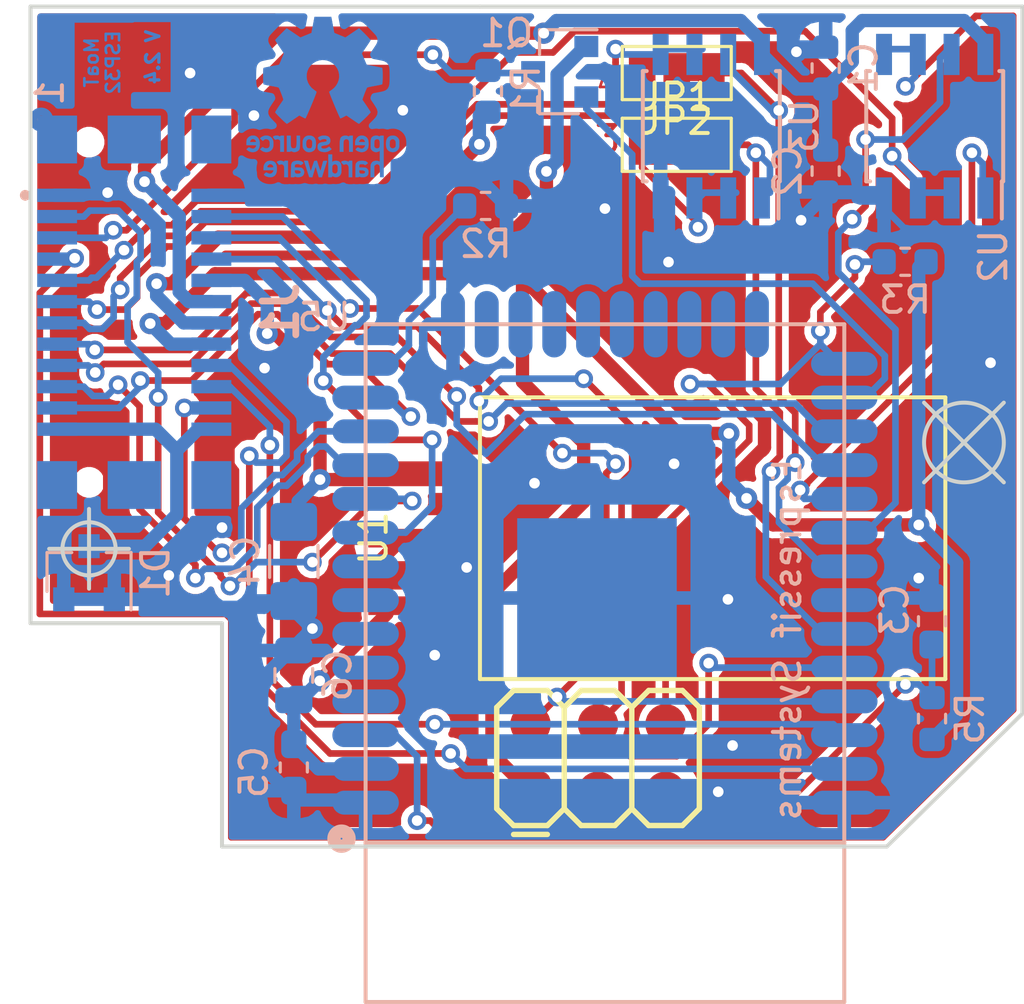
<source format=kicad_pcb>
(kicad_pcb (version 20190907) (host pcbnew "(5.99.0-375-g4460af5be-dirty)+6.0.0~dev1-1")
  (layers (0 "F.Cu" signal) (31 "B.Cu" signal) (34 "B.Paste" user) (35 "F.Paste" user) (36 "B.SilkS" user) (37 "F.SilkS" user) (38 "B.Mask" user) (39 "F.Mask" user) (44 "Edge.Cuts" user))
  (net 0 "")
  (net 1 "+24V")
  (net 2 "GND")
  (net 3 "+12V")
  (net 4 "+3V3")
  (net 5 "/T2")
  (net 6 "/T1")
  (net 7 "/EN")
  (net 8 "/1wire")
  (net 9 "/T3")
  (net 10 "/SW2")
  (net 11 "/SW1")
  (net 12 "+5V")
  (net 13 "/SDAx")
  (net 14 "/SCLx")
  (net 15 "/Rx")
  (net 16 "Net-(R2-Pad1)")
  (net 17 "/Boot0")
  (net 18 "/Bus2")
  (net 19 "/Bus1")
  (net 20 "/Bus3")
  (net 21 "/Bus4")
  (net 22 "/Common bus interface/1wire_5")
  (net 23 "/Tx")
  (net 24 "/Common bus interface/Bus1_12")
  (net 25 "/Common bus interface/Bus2_12")
  (net 26 "/Common bus interface/Bus3_12")
  (net 27 "/Common bus interface/Bus4_12")
  (net 28 "/Tx2")
  (net 29 "/Rx2")
  (net 30 "Net-(JP1-Pad1)")
  (net 31 "Net-(JP2-Pad3)")
  (net 32 "GNDPWR")
  (module "Package_TO_SOT_SMD:SOT-23" (layer "B.Cu") (at 32.2 61.3 90)
    (fp_text reference "D1" (at 0 2.5 90) (layer "B.SilkS") (effects (justify mirror)))
    (fp_text value "D_Schottky_x2_Serial_ACK")
    (pad "3" smd rect (at 1 0 90) (size 0.9 0.8) (layers "B.Cu" "B.Paste" "B.Mask") (net 32 "GNDPWR"))
    (pad "2" smd rect (at -1 -0.95 90) (size 0.9 0.8) (layers "B.Cu" "B.Paste" "B.Mask") (net 2 "GND"))
    (pad "1" smd rect (at -1 0.95 90) (size 0.9 0.8) (layers "B.Cu" "B.Paste" "B.Mask") (net 2 "GND"))
  )
  (module "Symbol:OSHW-Logo_5.7x6mm_Copper" (layer "B.Cu") (at 41 43.4 180)
    (fp_text reference "REF**" hide)
    (fp_text value "OSHW-Logo_5.7x6mm_Copper" hide)
    (fp_poly (pts (xy -1.908759 -1.469184) (xy -1.882247 -1.482282) (xy -1.849553 -1.505106) (xy -1.825725 -1.529996) (xy -1.809406 -1.561249) (xy -1.79924 -1.603166) (xy -1.793872 -1.660044) (xy -1.791944 -1.736184) (xy -1.791831 -1.768917) (xy -1.792161 -1.840656) (xy -1.793527 -1.891927) (xy -1.7965 -1.927404) (xy -1.801649 -1.951763) (xy -1.809543 -1.96968) (xy -1.817757 -1.981902) (xy -1.870187 -2.033905) (xy -1.93193 -2.065184) (xy -1.998536 -2.074592) (xy -2.065558 -2.06098) (xy -2.086792 -2.051354) (xy -2.137624 -2.024859) (xy -2.137624 -2.440052) (xy -2.100525 -2.420868) (xy -2.051643 -2.406025) (xy -1.991561 -2.402222) (xy -1.931564 -2.409243) (xy -1.886256 -2.425013) (xy -1.848675 -2.455047) (xy -1.816564 -2.498024) (xy -1.81415 -2.502436) (xy -1.803967 -2.523221) (xy -1.79653 -2.54417) (xy -1.791411 -2.569548) (xy -1.788181 -2.603618) (xy -1.786413 -2.650641) (xy -1.785677 -2.714882) (xy -1.785544 -2.787176) (xy -1.785544 -3.017822) (xy -1.923861 -3.017822) (xy -1.923861 -2.592533) (xy -1.962549 -2.559979) (xy -2.002738 -2.53394) (xy -2.040797 -2.529205) (xy -2.079066 -2.541389) (xy -2.099462 -2.55332) (xy -2.114642 -2.570313) (xy -2.125438 -2.595995) (xy -2.132683 -2.633991) (xy -2.137208 -2.687926) (xy -2.139844 -2.761425) (xy -2.140772 -2.810347) (xy -2.143911 -3.011535) (xy -2.209926 -3.015336) (xy -2.27594 -3.019136) (xy -2.27594 -1.77065) (xy -2.137624 -1.77065) (xy -2.134097 -1.840254) (xy -2.122215 -1.888569) (xy -2.10002 -1.918631) (xy -2.065559 -1.933471) (xy -2.030742 -1.936436) (xy -1.991329 -1.933028) (xy -1.965171 -1.919617) (xy -1.948814 -1.901896) (xy -1.935937 -1.882835) (xy -1.928272 -1.861601) (xy -1.924861 -1.831849) (xy -1.924749 -1.787236) (xy -1.925897 -1.74988) (xy -1.928532 -1.693604) (xy -1.932456 -1.656658) (xy -1.939063 -1.633223) (xy -1.949749 -1.61748) (xy -1.959833 -1.60838) (xy -2.00197 -1.588537) (xy -2.05184 -1.585332) (xy -2.080476 -1.592168) (xy -2.108828 -1.616464) (xy -2.127609 -1.663728) (xy -2.136712 -1.733624) (xy -2.137624 -1.77065) (xy -2.27594 -1.77065) (xy -2.27594 -1.458614) (xy -2.206782 -1.458614) (xy -2.16526 -1.460256) (xy -2.143838 -1.466087) (xy -2.137626 -1.477461) (xy -2.137624 -1.477798) (xy -2.134742 -1.488938) (xy -2.12203 -1.487673) (xy -2.096757 -1.475433) (xy -2.037869 -1.456707) (xy -1.971615 -1.454739) (xy -1.908759 -1.469184)) (layer "B.Cu") (width 0.01))
    (fp_poly (pts (xy -1.38421 -2.406555) (xy -1.325055 -2.422339) (xy -1.280023 -2.450948) (xy -1.248246 -2.488419) (xy -1.238366 -2.504411) (xy -1.231073 -2.521163) (xy -1.225974 -2.542592) (xy -1.222679 -2.572616) (xy -1.220797 -2.615154) (xy -1.219937 -2.674122) (xy -1.219707 -2.75344) (xy -1.219703 -2.774484) (xy -1.219703 -3.017822) (xy -1.280059 -3.017822) (xy -1.318557 -3.015126) (xy -1.347023 -3.008295) (xy -1.354155 -3.004083) (xy -1.373652 -2.996813) (xy -1.393566 -3.004083) (xy -1.426353 -3.01316) (xy -1.473978 -3.016813) (xy -1.526764 -3.015228) (xy -1.575036 -3.008589) (xy -1.603218 -3.000072) (xy -1.657753 -2.965063) (xy -1.691835 -2.916479) (xy -1.707157 -2.851882) (xy -1.707299 -2.850223) (xy -1.705955 -2.821566) (xy -1.584356 -2.821566) (xy -1.573726 -2.854161) (xy -1.55641 -2.872505) (xy -1.521652 -2.886379) (xy -1.475773 -2.891917) (xy -1.428988 -2.889191) (xy -1.391514 -2.878274) (xy -1.381015 -2.871269) (xy -1.362668 -2.838904) (xy -1.35802 -2.802111) (xy -1.35802 -2.753763) (xy -1.427582 -2.753763) (xy -1.493667 -2.75885) (xy -1.543764 -2.773263) (xy -1.574929 -2.795729) (xy -1.584356 -2.821566) (xy -1.705955 -2.821566) (xy -1.703987 -2.779647) (xy -1.68071 -2.723845) (xy -1.636948 -2.681647) (xy -1.630899 -2.677808) (xy -1.604907 -2.665309) (xy -1.572735 -2.65774) (xy -1.52776 -2.654061) (xy -1.474331 -2.653216) (xy -1.35802 -2.653169) (xy -1.35802 -2.604411) (xy -1.362953 -2.566581) (xy -1.375543 -2.541236) (xy -1.377017 -2.539887) (xy -1.405034 -2.5288) (xy -1.447326 -2.524503) (xy -1.494064 -2.526615) (xy -1.535418 -2.534756) (xy -1.559957 -2.546965) (xy -1.573253 -2.556746) (xy -1.587294 -2.558613) (xy -1.606671 -2.5506) (xy -1.635976 -2.530739) (xy -1.679803 -2.497063) (xy -1.683825 -2.493909) (xy -1.681764 -2.482236) (xy -1.664568 -2.462822) (xy -1.638433 -2.441248) (xy -1.609552 -2.423096) (xy -1.600478 -2.418809) (xy -1.56738 -2.410256) (xy -1.51888 -2.404155) (xy -1.464695 -2.401708) (xy -1.462161 -2.401703) (xy -1.38421 -2.406555)) (layer "B.Cu") (width 0.01))
    (fp_poly (pts (xy -0.993356 -2.40302) (xy -0.974539 -2.40866) (xy -0.968473 -2.421053) (xy -0.968218 -2.426647) (xy -0.967129 -2.44223) (xy -0.959632 -2.444676) (xy -0.939381 -2.433993) (xy -0.927351 -2.426694) (xy -0.8894 -2.411063) (xy -0.844072 -2.403334) (xy -0.796544 -2.40274) (xy -0.751995 -2.408513) (xy -0.715602 -2.419884) (xy -0.692543 -2.436088) (xy -0.687996 -2.456355) (xy -0.690291 -2.461843) (xy -0.70702 -2.484626) (xy -0.732963 -2.512647) (xy -0.737655 -2.517177) (xy -0.762383 -2.538005) (xy -0.783718 -2.544735) (xy -0.813555 -2.540038) (xy -0.825508 -2.536917) (xy -0.862705 -2.529421) (xy -0.888859 -2.532792) (xy -0.910946 -2.544681) (xy -0.931178 -2.560635) (xy -0.946079 -2.5807) (xy -0.956434 -2.608702) (xy -0.963029 -2.648467) (xy -0.966649 -2.703823) (xy -0.968078 -2.778594) (xy -0.968218 -2.82374) (xy -0.968218 -3.017822) (xy -1.09396 -3.017822) (xy -1.09396 -2.401683) (xy -1.031089 -2.401683) (xy -0.993356 -2.40302)) (layer "B.Cu") (width 0.01))
    (fp_poly (pts (xy -0.201188 -3.017822) (xy -0.270346 -3.017822) (xy -0.310488 -3.016645) (xy -0.331394 -3.011772) (xy -0.338922 -3.001186) (xy -0.339505 -2.994029) (xy -0.340774 -2.979676) (xy -0.348779 -2.976923) (xy -0.369815 -2.985771) (xy -0.386173 -2.994029) (xy -0.448977 -3.013597) (xy -0.517248 -3.014729) (xy -0.572752 -3.000135) (xy -0.624438 -2.964877) (xy -0.663838 -2.912835) (xy -0.685413 -2.85145) (xy -0.685962 -2.848018) (xy -0.689167 -2.810571) (xy -0.690761 -2.756813) (xy -0.690633 -2.716155) (xy -0.553279 -2.716155) (xy -0.550097 -2.770194) (xy -0.542859 -2.814735) (xy -0.53306 -2.839888) (xy -0.495989 -2.87426) (xy -0.451974 -2.886582) (xy -0.406584 -2.876618) (xy -0.367797 -2.846895) (xy -0.353108 -2.826905) (xy -0.344519 -2.80305) (xy -0.340496 -2.76823) (xy -0.339505 -2.71593) (xy -0.341278 -2.664139) (xy -0.345963 -2.618634) (xy -0.352603 -2.588181) (xy -0.35371 -2.585452) (xy -0.380491 -2.553) (xy -0.419579 -2.535183) (xy -0.463315 -2.532306) (xy -0.504038 -2.544674) (xy -0.534087 -2.572593) (xy -0.537204 -2.578148) (xy -0.546961 -2.612022) (xy -0.552277 -2.660728) (xy -0.553279 -2.716155) (xy -0.690633 -2.716155) (xy -0.690568 -2.69554) (xy -0.689664 -2.662563) (xy -0.683514 -2.580981) (xy -0.670733 -2.51973) (xy -0.649471 -2.474449) (xy -0.617878 -2.440779) (xy -0.587207 -2.421014) (xy -0.544354 -2.40712) (xy -0.491056 -2.402354) (xy -0.43648 -2.406236) (xy -0.389792 -2.418282) (xy -0.365124 -2.432693) (xy -0.339505 -2.455878) (xy -0.339505 -2.162773) (xy -0.201188 -2.162773) (xy -0.201188 -3.017822)) (layer "B.Cu") (width 0.01))
    (fp_poly (pts (xy 0.281524 -2.404237) (xy 0.331255 -2.407971) (xy 0.461291 -2.797773) (xy 0.481678 -2.728614) (xy 0.493946 -2.685874) (xy 0.510085 -2.628115) (xy 0.527512 -2.564625) (xy 0.536726 -2.53057) (xy 0.571388 -2.401683) (xy 0.714391 -2.401683) (xy 0.671646 -2.536857) (xy 0.650596 -2.603342) (xy 0.625167 -2.683539) (xy 0.59861 -2.767193) (xy 0.574902 -2.841782) (xy 0.520902 -3.011535) (xy 0.462598 -3.015328) (xy 0.404295 -3.019122) (xy 0.372679 -2.914734) (xy 0.353182 -2.849889) (xy 0.331904 -2.7784) (xy 0.313308 -2.715263) (xy 0.312574 -2.71275) (xy 0.298684 -2.669969) (xy 0.286429 -2.640779) (xy 0.277846 -2.629741) (xy 0.276082 -2.631018) (xy 0.269891 -2.64813) (xy 0.258128 -2.684787) (xy 0.242225 -2.736378) (xy 0.223614 -2.798294) (xy 0.213543 -2.832352) (xy 0.159007 -3.017822) (xy 0.043264 -3.017822) (xy -0.049263 -2.725471) (xy -0.075256 -2.643462) (xy -0.098934 -2.568987) (xy -0.11918 -2.505544) (xy -0.134874 -2.456632) (xy -0.144898 -2.425749) (xy -0.147945 -2.416726) (xy -0.145533 -2.407487) (xy -0.126592 -2.403441) (xy -0.087177 -2.403846) (xy -0.081007 -2.404152) (xy -0.007914 -2.407971) (xy 0.039957 -2.58401) (xy 0.057553 -2.648211) (xy 0.073277 -2.704649) (xy 0.085746 -2.748422) (xy 0.093574 -2.77463) (xy 0.09502 -2.778903) (xy 0.101014 -2.77399) (xy 0.113101 -2.748532) (xy 0.129893 -2.705997) (xy 0.150003 -2.64985) (xy 0.167003 -2.59913) (xy 0.231794 -2.400504) (xy 0.281524 -2.404237)) (layer "B.Cu") (width 0.01))
    (fp_poly (pts (xy 1.038411 -2.405417) (xy 1.091411 -2.41829) (xy 1.106731 -2.42511) (xy 1.136428 -2.442974) (xy 1.15922 -2.463093) (xy 1.176083 -2.488962) (xy 1.187998 -2.524073) (xy 1.195942 -2.57192) (xy 1.200894 -2.635996) (xy 1.203831 -2.719794) (xy 1.204947 -2.775768) (xy 1.209052 -3.017822) (xy 1.138932 -3.017822) (xy 1.096393 -3.016038) (xy 1.074476 -3.009942) (xy 1.068812 -2.999706) (xy 1.065821 -2.988637) (xy 1.052451 -2.990754) (xy 1.034233 -2.999629) (xy 0.988624 -3.013233) (xy 0.930007 -3.016899) (xy 0.868354 -3.010903) (xy 0.813638 -2.995521) (xy 0.80873 -2.993386) (xy 0.758723 -2.958255) (xy 0.725756 -2.909419) (xy 0.710587 -2.852333) (xy 0.711746 -2.831824) (xy 0.835508 -2.831824) (xy 0.846413 -2.859425) (xy 0.878745 -2.879204) (xy 0.93091 -2.889819) (xy 0.958787 -2.891228) (xy 1.005247 -2.88762) (xy 1.036129 -2.873597) (xy 1.043664 -2.866931) (xy 1.064076 -2.830666) (xy 1.068812 -2.797773) (xy 1.068812 -2.753763) (xy 1.007513 -2.753763) (xy 0.936256 -2.757395) (xy 0.886276 -2.768818) (xy 0.854696 -2.788824) (xy 0.847626 -2.797743) (xy 0.835508 -2.831824) (xy 0.711746 -2.831824) (xy 0.713971 -2.792456) (xy 0.736663 -2.735244) (xy 0.767624 -2.69658) (xy 0.786376 -2.679864) (xy 0.804733 -2.668878) (xy 0.828619 -2.66218) (xy 0.863957 -2.658326) (xy 0.916669 -2.655873) (xy 0.937577 -2.655168) (xy 1.068812 -2.650879) (xy 1.06862 -2.611158) (xy 1.063537 -2.569405) (xy 1.045162 -2.544158) (xy 1.008039 -2.52803) (xy 1.007043 -2.527742) (xy 0.95441 -2.5214) (xy 0.902906 -2.529684) (xy 0.86463 -2.549827) (xy 0.849272 -2.559773) (xy 0.83273 -2.558397) (xy 0.807275 -2.543987) (xy 0.792328 -2.533817) (xy 0.763091 -2.512088) (xy 0.74498 -2.4958) (xy 0.742074 -2.491137) (xy 0.75404 -2.467005) (xy 0.789396 -2.438185) (xy 0.804753 -2.428461) (xy 0.848901 -2.411714) (xy 0.908398 -2.402227) (xy 0.974487 -2.400095) (xy 1.038411 -2.405417)) (layer "B.Cu") (width 0.01))
    (fp_poly (pts (xy 1.635255 -2.401486) (xy 1.683595 -2.411015) (xy 1.711114 -2.425125) (xy 1.740064 -2.448568) (xy 1.698876 -2.500571) (xy 1.673482 -2.532064) (xy 1.656238 -2.547428) (xy 1.639102 -2.549776) (xy 1.614027 -2.542217) (xy 1.602257 -2.537941) (xy 1.55427 -2.531631) (xy 1.510324 -2.545156) (xy 1.47806 -2.57571) (xy 1.472819 -2.585452) (xy 1.467112 -2.611258) (xy 1.462706 -2.658817) (xy 1.459811 -2.724758) (xy 1.458631 -2.80571) (xy 1.458614 -2.817226) (xy 1.458614 -3.017822) (xy 1.320297 -3.017822) (xy 1.320297 -2.401683) (xy 1.389456 -2.401683) (xy 1.429333 -2.402725) (xy 1.450107 -2.407358) (xy 1.457789 -2.417849) (xy 1.458614 -2.427745) (xy 1.458614 -2.453806) (xy 1.491745 -2.427745) (xy 1.529735 -2.409965) (xy 1.58077 -2.401174) (xy 1.635255 -2.401486)) (layer "B.Cu") (width 0.01))
    (fp_poly (pts (xy 2.032581 -2.40497) (xy 2.092685 -2.420597) (xy 2.143021 -2.452848) (xy 2.167393 -2.47694) (xy 2.207345 -2.533895) (xy 2.230242 -2.599965) (xy 2.238108 -2.681182) (xy 2.238148 -2.687748) (xy 2.238218 -2.753763) (xy 1.858264 -2.753763) (xy 1.866363 -2.788342) (xy 1.880987 -2.819659) (xy 1.906581 -2.852291) (xy 1.911935 -2.8575) (xy 1.957943 -2.885694) (xy 2.01041 -2.890475) (xy 2.070803 -2.871926) (xy 2.08104 -2.866931) (xy 2.112439 -2.851745) (xy 2.13347 -2.843094) (xy 2.137139 -2.842293) (xy 2.149948 -2.850063) (xy 2.174378 -2.869072) (xy 2.186779 -2.87946) (xy 2.212476 -2.903321) (xy 2.220915 -2.919077) (xy 2.215058 -2.933571) (xy 2.211928 -2.937534) (xy 2.190725 -2.954879) (xy 2.155738 -2.975959) (xy 2.131337 -2.988265) (xy 2.062072 -3.009946) (xy 1.985388 -3.016971) (xy 1.912765 -3.008647) (xy 1.892426 -3.002686) (xy 1.829476 -2.968952) (xy 1.782815 -2.917045) (xy 1.752173 -2.846459) (xy 1.737282 -2.756692) (xy 1.735647 -2.709753) (xy 1.740421 -2.641413) (xy 1.86099 -2.641413) (xy 1.872652 -2.646465) (xy 1.903998 -2.650429) (xy 1.949571 -2.652768) (xy 1.980446 -2.653169) (xy 2.035981 -2.652783) (xy 2.071033 -2.650975) (xy 2.090262 -2.646773) (xy 2.09833 -2.639203) (xy 2.099901 -2.628218) (xy 2.089121 -2.594381) (xy 2.06198 -2.56094) (xy 2.026277 -2.535272) (xy 1.99056 -2.524772) (xy 1.942048 -2.534086) (xy 1.900053 -2.561013) (xy 1.870936 -2.599827) (xy 1.86099 -2.641413) (xy 1.740421 -2.641413) (xy 1.742599 -2.610236) (xy 1.764055 -2.530949) (xy 1.80047 -2.471263) (xy 1.852297 -2.430549) (xy 1.91999 -2.408179) (xy 1.956662 -2.403871) (xy 2.032581 -2.40497)) (layer "B.Cu") (width 0.01))
    (fp_poly (pts (xy -2.538261 -1.465148) (xy -2.472479 -1.494231) (xy -2.42254 -1.542793) (xy -2.388374 -1.610908) (xy -2.369907 -1.698651) (xy -2.368583 -1.712351) (xy -2.367546 -1.808939) (xy -2.380993 -1.893602) (xy -2.408108 -1.962221) (xy -2.422627 -1.984294) (xy -2.473201 -2.031011) (xy -2.537609 -2.061268) (xy -2.609666 -2.073824) (xy -2.683185 -2.067439) (xy -2.739072 -2.047772) (xy -2.787132 -2.014629) (xy -2.826412 -1.971175) (xy -2.827092 -1.970158) (xy -2.843044 -1.943338) (xy -2.85341 -1.916368) (xy -2.859688 -1.882332) (xy -2.863373 -1.83431) (xy -2.864997 -1.794931) (xy -2.865672 -1.759219) (xy -2.739955 -1.759219) (xy -2.738726 -1.79477) (xy -2.734266 -1.842094) (xy -2.726397 -1.872465) (xy -2.712207 -1.894072) (xy -2.698917 -1.906694) (xy -2.651802 -1.933122) (xy -2.602505 -1.936653) (xy -2.556593 -1.917639) (xy -2.533638 -1.896331) (xy -2.517096 -1.874859) (xy -2.507421 -1.854313) (xy -2.503174 -1.827574) (xy -2.50292 -1.787523) (xy -2.504228 -1.750638) (xy -2.507043 -1.697947) (xy -2.511505 -1.663772) (xy -2.519548 -1.64148) (xy -2.533103 -1.624442) (xy -2.543845 -1.614703) (xy -2.588777 -1.589123) (xy -2.637249 -1.587847) (xy -2.677894 -1.602999) (xy -2.712567 -1.634642) (xy -2.733224 -1.68662) (xy -2.739955 -1.759219) (xy -2.865672 -1.759219) (xy -2.866479 -1.716621) (xy -2.863948 -1.658056) (xy -2.856362 -1.614007) (xy -2.842681 -1.579248) (xy -2.821865 -1.548551) (xy -2.814147 -1.539436) (xy -2.765889 -1.494021) (xy -2.714128 -1.467493) (xy -2.650828 -1.456379) (xy -2.619961 -1.455471) (xy -2.538261 -1.465148)) (layer "B.Cu") (width 0.01))
    (fp_poly (pts (xy -1.356699 -1.472614) (xy -1.344168 -1.478514) (xy -1.300799 -1.510283) (xy -1.25979 -1.556646) (xy -1.229168 -1.607696) (xy -1.220459 -1.631166) (xy -1.212512 -1.673091) (xy -1.207774 -1.723757) (xy -1.207199 -1.744679) (xy -1.207129 -1.810693) (xy -1.587083 -1.810693) (xy -1.578983 -1.845273) (xy -1.559104 -1.88617) (xy -1.524347 -1.921514) (xy -1.482998 -1.944282) (xy -1.456649 -1.94901) (xy -1.420916 -1.943273) (xy -1.378282 -1.928882) (xy -1.363799 -1.922262) (xy -1.31024 -1.895513) (xy -1.264533 -1.930376) (xy -1.238158 -1.953955) (xy -1.224124 -1.973417) (xy -1.223414 -1.979129) (xy -1.235951 -1.992973) (xy -1.263428 -2.014012) (xy -1.288366 -2.030425) (xy -1.355664 -2.05993) (xy -1.43111 -2.073284) (xy -1.505888 -2.069812) (xy -1.565495 -2.051663) (xy -1.626941 -2.012784) (xy -1.670608 -1.961595) (xy -1.697926 -1.895367) (xy -1.710322 -1.811371) (xy -1.711421 -1.772936) (xy -1.707022 -1.684861) (xy -1.706482 -1.682299) (xy -1.580582 -1.682299) (xy -1.577115 -1.690558) (xy -1.562863 -1.695113) (xy -1.53347 -1.697065) (xy -1.484575 -1.697517) (xy -1.465748 -1.697525) (xy -1.408467 -1.696843) (xy -1.372141 -1.694364) (xy -1.352604 -1.689443) (xy -1.34569 -1.681434) (xy -1.345445 -1.678862) (xy -1.353336 -1.658423) (xy -1.373085 -1.629789) (xy -1.381575 -1.619763) (xy -1.413094 -1.591408) (xy -1.445949 -1.580259) (xy -1.463651 -1.579327) (xy -1.511539 -1.590981) (xy -1.551699 -1.622285) (xy -1.577173 -1.667752) (xy -1.577625 -1.669233) (xy -1.580582 -1.682299) (xy -1.706482 -1.682299) (xy -1.692392 -1.61551) (xy -1.666038 -1.560025) (xy -1.633807 -1.520639) (xy -1.574217 -1.477931) (xy -1.504168 -1.455109) (xy -1.429661 -1.453046) (xy -1.356699 -1.472614)) (layer "B.Cu") (width 0.01))
    (fp_poly (pts (xy 0.014017 -1.456452) (xy 0.061634 -1.465482) (xy 0.111034 -1.48437) (xy 0.116312 -1.486777) (xy 0.153774 -1.506476) (xy 0.179717 -1.524781) (xy 0.188103 -1.536508) (xy 0.180117 -1.555632) (xy 0.16072 -1.58385) (xy 0.15211 -1.594384) (xy 0.116628 -1.635847) (xy 0.070885 -1.608858) (xy 0.02735 -1.590878) (xy -0.02295 -1.581267) (xy -0.071188 -1.58066) (xy -0.108533 -1.589691) (xy -0.117495 -1.595327) (xy -0.134563 -1.621171) (xy -0.136637 -1.650941) (xy -0.123866 -1.674197) (xy -0.116312 -1.678708) (xy -0.093675 -1.684309) (xy -0.053885 -1.690892) (xy -0.004834 -1.697183) (xy 0.004215 -1.69817) (xy 0.082996 -1.711798) (xy 0.140136 -1.734946) (xy 0.17803 -1.769752) (xy 0.199079 -1.818354) (xy 0.205635 -1.877718) (xy 0.196577 -1.945198) (xy 0.167164 -1.998188) (xy 0.117278 -2.036783) (xy 0.0468 -2.061081) (xy -0.031435 -2.070667) (xy -0.095234 -2.070552) (xy -0.146984 -2.061845) (xy -0.182327 -2.049825) (xy -0.226983 -2.02888) (xy -0.268253 -2.004574) (xy -0.282921 -1.993876) (xy -0.320643 -1.963084) (xy -0.275148 -1.917049) (xy -0.229653 -1.871013) (xy -0.177928 -1.905243) (xy -0.126048 -1.930952) (xy -0.070649 -1.944399) (xy -0.017395 -1.945818) (xy 0.028049 -1.935443) (xy 0.060016 -1.913507) (xy 0.070338 -1.894998) (xy 0.068789 -1.865314) (xy 0.04314 -1.842615) (xy -0.00654 -1.82694) (xy -0.060969 -1.819695) (xy -0.144736 -1.805873) (xy -0.206967 -1.779796) (xy -0.248493 -1.740699) (xy -0.270147 -1.68782) (xy -0.273147 -1.625126) (xy -0.258329 -1.559642) (xy -0.224546 -1.510144) (xy -0.171495 -1.476408) (xy -0.098874 -1.458207) (xy -0.045072 -1.454639) (xy 0.014017 -1.456452)) (layer "B.Cu") (width 0.01))
    (fp_poly (pts (xy 0.610762 -1.466055) (xy 0.674363 -1.500692) (xy 0.724123 -1.555372) (xy 0.747568 -1.599842) (xy 0.757634 -1.639121) (xy 0.764156 -1.695116) (xy 0.766951 -1.759621) (xy 0.765836 -1.824429) (xy 0.760626 -1.881334) (xy 0.754541 -1.911727) (xy 0.734014 -1.953306) (xy 0.698463 -1.997468) (xy 0.655619 -2.036087) (xy 0.613211 -2.061034) (xy 0.612177 -2.06143) (xy 0.559553 -2.072331) (xy 0.497188 -2.072601) (xy 0.437924 -2.062676) (xy 0.41504 -2.054722) (xy 0.356102 -2.0213) (xy 0.31389 -1.977511) (xy 0.286156 -1.919538) (xy 0.270651 -1.843565) (xy 0.267143 -1.803771) (xy 0.26759 -1.753766) (xy 0.402376 -1.753766) (xy 0.406917 -1.826732) (xy 0.419986 -1.882334) (xy 0.440756 -1.917861) (xy 0.455552 -1.92802) (xy 0.493464 -1.935104) (xy 0.538527 -1.933007) (xy 0.577487 -1.922812) (xy 0.587704 -1.917204) (xy 0.614659 -1.884538) (xy 0.632451 -1.834545) (xy 0.640024 -1.773705) (xy 0.636325 -1.708497) (xy 0.628057 -1.669253) (xy 0.60432 -1.623805) (xy 0.566849 -1.595396) (xy 0.52172 -1.585573) (xy 0.475011 -1.595887) (xy 0.439132 -1.621112) (xy 0.420277 -1.641925) (xy 0.409272 -1.662439) (xy 0.404026 -1.690203) (xy 0.402449 -1.732762) (xy 0.402376 -1.753766) (xy 0.26759 -1.753766) (xy 0.268094 -1.69758) (xy 0.285388 -1.610501) (xy 0.319029 -1.54253) (xy 0.369018 -1.493664) (xy 0.435356 -1.463899) (xy 0.449601 -1.460448) (xy 0.53521 -1.452345) (xy 0.610762 -1.466055)) (layer "B.Cu") (width 0.01))
    (fp_poly (pts (xy 0.993367 -1.654342) (xy 0.994555 -1.746563) (xy 0.998897 -1.81661) (xy 1.007558 -1.867381) (xy 1.021704 -1.901772) (xy 1.0425 -1.922679) (xy 1.07111 -1.933) (xy 1.106535 -1.935636) (xy 1.143636 -1.932682) (xy 1.171818 -1.921889) (xy 1.192243 -1.90036) (xy 1.206079 -1.865199) (xy 1.214491 -1.81351) (xy 1.218643 -1.742394) (xy 1.219703 -1.654342) (xy 1.219703 -1.458614) (xy 1.35802 -1.458614) (xy 1.35802 -2.062179) (xy 1.288862 -2.062179) (xy 1.24717 -2.060489) (xy 1.225701 -2.054556) (xy 1.219703 -2.043293) (xy 1.216091 -2.033261) (xy 1.201714 -2.035383) (xy 1.172736 -2.04958) (xy 1.106319 -2.07148) (xy 1.035875 -2.069928) (xy 0.968377 -2.046147) (xy 0.936233 -2.027362) (xy 0.911715 -2.007022) (xy 0.893804 -1.981573) (xy 0.881479 -1.947458) (xy 0.873723 -1.901121) (xy 0.869516 -1.839007) (xy 0.86784 -1.757561) (xy 0.867624 -1.694578) (xy 0.867624 -1.458614) (xy 0.993367 -1.458614) (xy 0.993367 -1.654342)) (layer "B.Cu") (width 0.01))
    (fp_poly (pts (xy 2.217226 -1.46388) (xy 2.29008 -1.49483) (xy 2.313027 -1.509895) (xy 2.342354 -1.533048) (xy 2.360764 -1.551253) (xy 2.363961 -1.557183) (xy 2.354935 -1.57034) (xy 2.331837 -1.592667) (xy 2.313344 -1.60825) (xy 2.262728 -1.648926) (xy 2.22276 -1.615295) (xy 2.191874 -1.593584) (xy 2.161759 -1.58609) (xy 2.127292 -1.58792) (xy 2.072561 -1.601528) (xy 2.034886 -1.629772) (xy 2.011991 -1.675433) (xy 2.001597 -1.741289) (xy 2.001595 -1.741331) (xy 2.002494 -1.814939) (xy 2.016463 -1.868946) (xy 2.044328 -1.905716) (xy 2.063325 -1.918168) (xy 2.113776 -1.933673) (xy 2.167663 -1.933683) (xy 2.214546 -1.918638) (xy 2.225644 -1.911287) (xy 2.253476 -1.892511) (xy 2.275236 -1.889434) (xy 2.298704 -1.903409) (xy 2.324649 -1.92851) (xy 2.365716 -1.97088) (xy 2.320121 -2.008464) (xy 2.249674 -2.050882) (xy 2.170233 -2.071785) (xy 2.087215 -2.070272) (xy 2.032694 -2.056411) (xy 1.96897 -2.022135) (xy 1.918005 -1.968212) (xy 1.894851 -1.930149) (xy 1.876099 -1.875536) (xy 1.866715 -1.806369) (xy 1.866643 -1.731407) (xy 1.875824 -1.659409) (xy 1.894199 -1.599137) (xy 1.897093 -1.592958) (xy 1.939952 -1.532351) (xy 1.997979 -1.488224) (xy 2.066591 -1.461493) (xy 2.141201 -1.453073) (xy 2.217226 -1.46388)) (layer "B.Cu") (width 0.01))
    (fp_poly (pts (xy 2.677898 -1.456457) (xy 2.710096 -1.464279) (xy 2.771825 -1.492921) (xy 2.82461 -1.536667) (xy 2.861141 -1.589117) (xy 2.86616 -1.600893) (xy 2.873045 -1.63174) (xy 2.877864 -1.677371) (xy 2.879505 -1.723492) (xy 2.879505 -1.810693) (xy 2.697178 -1.810693) (xy 2.621979 -1.810978) (xy 2.569003 -1.812704) (xy 2.535325 -1.817181) (xy 2.51802 -1.82572) (xy 2.514163 -1.83963) (xy 2.520829 -1.860222) (xy 2.53277 -1.884315) (xy 2.56608 -1.924525) (xy 2.612368 -1.944558) (xy 2.668944 -1.943905) (xy 2.733031 -1.922101) (xy 2.788417 -1.895193) (xy 2.834375 -1.931532) (xy 2.880333 -1.967872) (xy 2.837096 -2.007819) (xy 2.779374 -2.045563) (xy 2.708386 -2.06832) (xy 2.632029 -2.074688) (xy 2.558199 -2.063268) (xy 2.546287 -2.059393) (xy 2.481399 -2.025506) (xy 2.43313 -1.974986) (xy 2.400465 -1.906325) (xy 2.382385 -1.818014) (xy 2.382175 -1.816121) (xy 2.380556 -1.719878) (xy 2.3871 -1.685542) (xy 2.514852 -1.685542) (xy 2.526584 -1.690822) (xy 2.558438 -1.694867) (xy 2.605397 -1.697176) (xy 2.635154 -1.697525) (xy 2.690648 -1.697306) (xy 2.725346 -1.695916) (xy 2.743601 -1.692251) (xy 2.749766 -1.68521) (xy 2.748195 -1.67369) (xy 2.746878 -1.669233) (xy 2.724382 -1.627355) (xy 2.689003 -1.593604) (xy 2.65778 -1.578773) (xy 2.616301 -1.579668) (xy 2.574269 -1.598164) (xy 2.539012 -1.628786) (xy 2.517854 -1.666062) (xy 2.514852 -1.685542) (xy 2.3871 -1.685542) (xy 2.39669 -1.635229) (xy 2.428698 -1.564191) (xy 2.474701 -1.508779) (xy 2.532821 -1.471009) (xy 2.60118 -1.452896) (xy 2.677898 -1.456457)) (layer "B.Cu") (width 0.01))
    (fp_poly (pts (xy -0.754012 -1.469002) (xy -0.722717 -1.48395) (xy -0.692409 -1.505541) (xy -0.669318 -1.530391) (xy -0.6525 -1.562087) (xy -0.641006 -1.604214) (xy -0.633891 -1.660358) (xy -0.630207 -1.734106) (xy -0.629008 -1.829044) (xy -0.628989 -1.838985) (xy -0.628713 -2.062179) (xy -0.76703 -2.062179) (xy -0.76703 -1.856418) (xy -0.767128 -1.780189) (xy -0.767809 -1.724939) (xy -0.769651 -1.686501) (xy -0.773233 -1.660706) (xy -0.779132 -1.643384) (xy -0.787927 -1.630368) (xy -0.80018 -1.617507) (xy -0.843047 -1.589873) (xy -0.889843 -1.584745) (xy -0.934424 -1.602217) (xy -0.949928 -1.615221) (xy -0.96131 -1.627447) (xy -0.969481 -1.64054) (xy -0.974974 -1.658615) (xy -0.97832 -1.685787) (xy -0.980051 -1.72617) (xy -0.980697 -1.783879) (xy -0.980792 -1.854132) (xy -0.980792 -2.062179) (xy -1.119109 -2.062179) (xy -1.119109 -1.458614) (xy -1.04995 -1.458614) (xy -1.008428 -1.460256) (xy -0.987006 -1.466087) (xy -0.980795 -1.477461) (xy -0.980792 -1.477798) (xy -0.97791 -1.488938) (xy -0.965199 -1.487674) (xy -0.939926 -1.475434) (xy -0.882605 -1.457424) (xy -0.817037 -1.455421) (xy -0.754012 -1.469002)) (layer "B.Cu") (width 0.01))
    (fp_poly (pts (xy 1.79946 -1.45803) (xy 1.842711 -1.471245) (xy 1.870558 -1.487941) (xy 1.879629 -1.501145) (xy 1.877132 -1.516797) (xy 1.860931 -1.541385) (xy 1.847232 -1.5588) (xy 1.818992 -1.590283) (xy 1.797775 -1.603529) (xy 1.779688 -1.602664) (xy 1.726035 -1.58901) (xy 1.68663 -1.58963) (xy 1.654632 -1.605104) (xy 1.64389 -1.614161) (xy 1.609505 -1.646027) (xy 1.609505 -2.062179) (xy 1.471188 -2.062179) (xy 1.471188 -1.458614) (xy 1.540347 -1.458614) (xy 1.581869 -1.460256) (xy 1.603291 -1.466087) (xy 1.609502 -1.477461) (xy 1.609505 -1.477798) (xy 1.612439 -1.489713) (xy 1.625704 -1.488159) (xy 1.644084 -1.479563) (xy 1.682046 -1.463568) (xy 1.712872 -1.453945) (xy 1.752536 -1.451478) (xy 1.79946 -1.45803)) (layer "B.Cu") (width 0.01))
    (fp_poly (pts (xy 0.376964 2.709982) (xy 0.433812 2.40843) (xy 0.853338 2.235488) (xy 1.104984 2.406605) (xy 1.175458 2.45425) (xy 1.239163 2.49679) (xy 1.293126 2.532285) (xy 1.334373 2.55879) (xy 1.359934 2.574364) (xy 1.366895 2.577722) (xy 1.379435 2.569086) (xy 1.406231 2.545208) (xy 1.44428 2.509141) (xy 1.490579 2.463933) (xy 1.542123 2.412636) (xy 1.595909 2.358299) (xy 1.648935 2.303972) (xy 1.698195 2.252705) (xy 1.740687 2.207549) (xy 1.773407 2.171554) (xy 1.793351 2.14777) (xy 1.798119 2.13981) (xy 1.791257 2.125135) (xy 1.77202 2.092986) (xy 1.74243 2.046508) (xy 1.70451 1.988844) (xy 1.660282 1.92314) (xy 1.634654 1.885664) (xy 1.587941 1.817232) (xy 1.546432 1.75548) (xy 1.51214 1.703481) (xy 1.48708 1.664308) (xy 1.473264 1.641035) (xy 1.471188 1.636145) (xy 1.475895 1.622245) (xy 1.488723 1.58985) (xy 1.507738 1.543515) (xy 1.531003 1.487794) (xy 1.556584 1.427242) (xy 1.582545 1.366414) (xy 1.60695 1.309864) (xy 1.627863 1.262148) (xy 1.643349 1.227819) (xy 1.651472 1.211432) (xy 1.651952 1.210788) (xy 1.664707 1.207659) (xy 1.698677 1.200679) (xy 1.75034 1.190533) (xy 1.816176 1.177908) (xy 1.892664 1.163491) (xy 1.93729 1.155177) (xy 2.019021 1.139616) (xy 2.092843 1.124808) (xy 2.155021 1.111564) (xy 2.201822 1.100695) (xy 2.229509 1.093011) (xy 2.235074 1.090573) (xy 2.240526 1.07407) (xy 2.244924 1.0368) (xy 2.248272 0.98312) (xy 2.250574 0.917388) (xy 2.251832 0.843963) (xy 2.252048 0.767204) (xy 2.251227 0.691468) (xy 2.249371 0.621114) (xy 2.246482 0.5605) (xy 2.242565 0.513984) (xy 2.237622 0.485925) (xy 2.234657 0.480084) (xy 2.216934 0.473083) (xy 2.179381 0.463073) (xy 2.126964 0.451231) (xy 2.064652 0.438733) (xy 2.0429 0.43469) (xy 1.938024 0.41548) (xy 1.85518 0.400009) (xy 1.79163 0.387663) (xy 1.744637 0.377827) (xy 1.711463 0.369886) (xy 1.689371 0.363224) (xy 1.675624 0.357227) (xy 1.667484 0.351281) (xy 1.666345 0.350106) (xy 1.654977 0.331174) (xy 1.637635 0.294331) (xy 1.61605 0.244087) (xy 1.591954 0.184954) (xy 1.567079 0.121444) (xy 1.543157 0.058068) (xy 1.521919 -0.000662) (xy 1.505097 -0.050235) (xy 1.494422 -0.086139) (xy 1.491627 -0.103862) (xy 1.49186 -0.104483) (xy 1.501331 -0.11897) (xy 1.522818 -0.150844) (xy 1.554063 -0.196789) (xy 1.592807 -0.253485) (xy 1.636793 -0.317617) (xy 1.649319 -0.335842) (xy 1.693984 -0.401914) (xy 1.733288 -0.4622) (xy 1.765088 -0.513235) (xy 1.787245 -0.55156) (xy 1.797617 -0.573711) (xy 1.798119 -0.576432) (xy 1.789405 -0.590736) (xy 1.765325 -0.619072) (xy 1.728976 -0.658396) (xy 1.683453 -0.705661) (xy 1.631852 -0.757823) (xy 1.577267 -0.811835) (xy 1.522794 -0.864653) (xy 1.471529 -0.913231) (xy 1.426567 -0.954523) (xy 1.391004 -0.985485) (xy 1.367935 -1.00307) (xy 1.361554 -1.005941) (xy 1.346699 -0.999178) (xy 1.316286 -0.980939) (xy 1.275268 -0.954297) (xy 1.243709 -0.932852) (xy 1.186525 -0.893503) (xy 1.118806 -0.847171) (xy 1.05088 -0.800913) (xy 1.014361 -0.776155) (xy 0.890752 -0.692547) (xy 0.786991 -0.74865) (xy 0.73972 -0.773228) (xy 0.699523 -0.792331) (xy 0.672326 -0.803227) (xy 0.665402 -0.804743) (xy 0.657077 -0.793549) (xy 0.640654 -0.761917) (xy 0.617357 -0.712765) (xy 0.588414 -0.64901) (xy 0.55505 -0.573571) (xy 0.518491 -0.489364) (xy 0.479964 -0.399308) (xy 0.440694 -0.306321) (xy 0.401908 -0.21332) (xy 0.36483 -0.123223) (xy 0.330689 -0.038948) (xy 0.300708 0.036587) (xy 0.276116 0.100466) (xy 0.258136 0.149769) (xy 0.247997 0.181579) (xy 0.246366 0.192504) (xy 0.259291 0.206439) (xy 0.287589 0.22906) (xy 0.325346 0.255667) (xy 0.328515 0.257772) (xy 0.4261 0.335886) (xy 0.504786 0.427018) (xy 0.563891 0.528255) (xy 0.602732 0.636682) (xy 0.620628 0.749386) (xy 0.616897 0.863452) (xy 0.590857 0.975966) (xy 0.541825 1.084015) (xy 0.5274 1.107655) (xy 0.452369 1.203113) (xy 0.36373 1.279768) (xy 0.264549 1.33722) (xy 0.157895 1.375071) (xy 0.046836 1.392922) (xy -0.065561 1.390375) (xy -0.176227 1.36703) (xy -0.282094 1.32249) (xy -0.380095 1.256355) (xy -0.41041 1.229513) (xy -0.487562 1.145488) (xy -0.543782 1.057034) (xy -0.582347 0.957885) (xy -0.603826 0.859697) (xy -0.609128 0.749303) (xy -0.591448 0.63836) (xy -0.552581 0.530619) (xy -0.494323 0.429831) (xy -0.418469 0.339744) (xy -0.326817 0.264108) (xy -0.314772 0.256136) (xy -0.276611 0.230026) (xy -0.247601 0.207405) (xy -0.233732 0.192961) (xy -0.233531 0.192504) (xy -0.236508 0.176879) (xy -0.248311 0.141418) (xy -0.267714 0.089038) (xy -0.293488 0.022655) (xy -0.324409 -0.054814) (xy -0.359249 -0.14045) (xy -0.396783 -0.231337) (xy -0.435783 -0.324559) (xy -0.475023 -0.417197) (xy -0.513276 -0.506335) (xy -0.549317 -0.589055) (xy -0.581917 -0.662441) (xy -0.609852 -0.723575) (xy -0.631895 -0.769541) (xy -0.646818 -0.797421) (xy -0.652828 -0.804743) (xy -0.671191 -0.799041) (xy -0.705552 -0.783749) (xy -0.749984 -0.761599) (xy -0.774417 -0.74865) (xy -0.878178 -0.692547) (xy -1.001787 -0.776155) (xy -1.064886 -0.818987) (xy -1.13397 -0.866122) (xy -1.198707 -0.910503) (xy -1.231134 -0.932852) (xy -1.276741 -0.963477) (xy -1.31536 -0.987747) (xy -1.341952 -1.002587) (xy -1.35059 -1.005724) (xy -1.363161 -0.997261) (xy -1.390984 -0.973636) (xy -1.431361 -0.937302) (xy -1.481595 -0.890711) (xy -1.538988 -0.836317) (xy -1.575286 -0.801392) (xy -1.63879 -0.738996) (xy -1.693673 -0.683188) (xy -1.737714 -0.636354) (xy -1.768695 -0.600882) (xy -1.784398 -0.579161) (xy -1.785905 -0.574752) (xy -1.778914 -0.557985) (xy -1.759594 -0.524082) (xy -1.730091 -0.476476) (xy -1.692545 -0.418599) (xy -1.6491 -0.353884) (xy -1.636745 -0.335842) (xy -1.591727 -0.270267) (xy -1.55134 -0.211228) (xy -1.51784 -0.162042) (xy -1.493486 -0.126028) (xy -1.480536 -0.106502) (xy -1.479285 -0.104483) (xy -1.481156 -0.088922) (xy -1.491087 -0.054709) (xy -1.507347 -0.006355) (xy -1.528205 0.051629) (xy -1.551927 0.11473) (xy -1.576784 0.178437) (xy -1.601042 0.238239) (xy -1.622971 0.289624) (xy -1.640838 0.328081) (xy -1.652913 0.349098) (xy -1.653771 0.350106) (xy -1.661154 0.356112) (xy -1.673625 0.362052) (xy -1.69392 0.36854) (xy -1.724778 0.376191) (xy -1.768934 0.38562) (xy -1.829126 0.397441) (xy -1.908093 0.412271) (xy -2.00857 0.430723) (xy -2.030325 0.43469) (xy -2.094802 0.447147) (xy -2.151011 0.459334) (xy -2.193987 0.470074) (xy -2.21876 0.478191) (xy -2.222082 0.480084) (xy -2.227556 0.496862) (xy -2.232006 0.534355) (xy -2.235428 0.588206) (xy -2.237819 0.654056) (xy -2.239177 0.727547) (xy -2.239499 0.80432) (xy -2.238781 0.880017) (xy -2.237021 0.95028) (xy -2.234216 1.01075) (xy -2.230362 1.05707) (xy -2.225457 1.084881) (xy -2.2225 1.090573) (xy -2.206037 1.096314) (xy -2.168551 1.105655) (xy -2.113775 1.117785) (xy -2.045445 1.131893) (xy -1.967294 1.14717) (xy -1.924716 1.155177) (xy -1.843929 1.170279) (xy -1.771887 1.18396) (xy -1.712111 1.195533) (xy -1.668121 1.204313) (xy -1.643439 1.209613) (xy -1.639377 1.210788) (xy -1.632511 1.224035) (xy -1.617998 1.255943) (xy -1.597771 1.301953) (xy -1.573766 1.357508) (xy -1.547918 1.418047) (xy -1.52216 1.479014) (xy -1.498427 1.535849) (xy -1.478654 1.583994) (xy -1.464776 1.61889) (xy -1.458726 1.635979) (xy -1.458614 1.636726) (xy -1.465472 1.650207) (xy -1.484698 1.68123) (xy -1.514272 1.726711) (xy -1.552173 1.783568) (xy -1.59638 1.848717) (xy -1.622079 1.886138) (xy -1.668907 1.954753) (xy -1.710499 2.017048) (xy -1.744825 2.069871) (xy -1.769857 2.110073) (xy -1.783565 2.1345) (xy -1.785544 2.139976) (xy -1.777034 2.152722) (xy -1.753507 2.179937) (xy -1.717968 2.218572) (xy -1.673423 2.265577) (xy -1.622877 2.317905) (xy -1.569336 2.372505) (xy -1.515805 2.42633) (xy -1.465289 2.47633) (xy -1.420794 2.519457) (xy -1.385325 2.552661) (xy -1.361887 2.572894) (xy -1.354046 2.577722) (xy -1.34128 2.570933) (xy -1.310744 2.551858) (xy -1.26541 2.522439) (xy -1.208244 2.484619) (xy -1.142216 2.440339) (xy -1.09241 2.406605) (xy -0.840764 2.235488) (xy -0.631001 2.321959) (xy -0.421237 2.40843) (xy -0.364389 2.709982) (xy -0.30754 3.011534) (xy 0.320115 3.011534) (xy 0.376964 2.709982)) (layer "B.Cu") (width 0.01))
  )
  (module "localstuff:ESP32-WROOM" (layer "B.Cu") (at 52.6 60.7)
    (fp_text reference "U5" (at -11.557 -9.017) (layer "B.SilkS") (effects (justify mirror)))
    (fp_text value "ESP-32S")
    (fp_text user "Espressif Systems" (at 5.858 3.111 90) (layer "B.SilkS") (effects (justify mirror)))
    (pad "G3" smd oval (at 8 9.25 180) (size 2.5 0.9) (layers "B.Cu" "B.Paste" "B.Mask") (net 2 "GND"))
    (pad "36" smd oval (at 8 7.98 180) (size 2.5 0.9) (layers "B.Cu" "B.Paste" "B.Mask") (net 14 "/SCLx"))
    (pad "39" smd oval (at 8 6.71 180) (size 2.5 0.9) (layers "B.Cu" "B.Paste" "B.Mask") (net 13 "/SDAx"))
    (pad "41" smd oval (at 8 5.44 180) (size 2.5 0.9) (layers "B.Cu" "B.Paste" "B.Mask") (net 23 "/Tx"))
    (pad "40" smd oval (at 8 4.17 180) (size 2.5 0.9) (layers "B.Cu" "B.Paste" "B.Mask") (net 15 "/Rx"))
    (pad "42" smd oval (at 8 2.9 180) (size 2.5 0.9) (layers "B.Cu" "B.Paste" "B.Mask") (net 20 "/Bus3"))
    (pad "NC" smd oval (at 8 1.63 180) (size 2.5 0.9) (layers "B.Cu" "B.Paste" "B.Mask"))
    (pad "38" smd oval (at 8 0.36 180) (size 2.5 0.9) (layers "B.Cu" "B.Paste" "B.Mask") (net 21 "/Bus4"))
    (pad "35" smd oval (at 8 -0.91 180) (size 2.5 0.9) (layers "B.Cu" "B.Paste" "B.Mask") (net 19 "/Bus1"))
    (pad "34" smd oval (at 8 -2.18 180) (size 2.5 0.9) (layers "B.Cu" "B.Paste" "B.Mask") (net 18 "/Bus2"))
    (pad "27" smd oval (at 8 -3.45 180) (size 2.5 0.9) (layers "B.Cu" "B.Paste" "B.Mask") (net 28 "/Tx2"))
    (pad "25" smd oval (at 8 -4.72 180) (size 2.5 0.9) (layers "B.Cu" "B.Paste" "B.Mask") (net 29 "/Rx2"))
    (pad "24" smd oval (at 8 -5.99 180) (size 2.5 0.9) (layers "B.Cu" "B.Paste" "B.Mask") (net 8 "/1wire"))
    (pad "23" smd oval (at 8 -7.26 180) (size 2.5 0.9) (layers "B.Cu" "B.Paste" "B.Mask") (net 17 "/Boot0"))
    (pad "22" smd oval (at 4.715 -8.75 180) (size 0.9 2.5) (layers "B.Cu" "B.Paste" "B.Mask"))
    (pad "21" smd oval (at 3.445 -8.75 180) (size 0.9 2.5) (layers "B.Cu" "B.Paste" "B.Mask"))
    (pad "33" smd oval (at 2.175 -8.75 180) (size 0.9 2.5) (layers "B.Cu" "B.Paste" "B.Mask"))
    (pad "32" smd oval (at 0.905 -8.75 180) (size 0.9 2.5) (layers "B.Cu" "B.Paste" "B.Mask"))
    (pad "31" smd oval (at -0.365 -8.75 180) (size 0.9 2.5) (layers "B.Cu" "B.Paste" "B.Mask"))
    (pad "30" smd oval (at -1.635 -8.75 180) (size 0.9 2.5) (layers "B.Cu" "B.Paste" "B.Mask"))
    (pad "29" smd oval (at -2.905 -8.75 180) (size 0.9 2.5) (layers "B.Cu" "B.Paste" "B.Mask"))
    (pad "28" smd oval (at -4.175 -8.75 180) (size 0.9 2.5) (layers "B.Cu" "B.Paste" "B.Mask"))
    (pad "20" smd oval (at -5.445 -8.75 180) (size 0.9 2.5) (layers "B.Cu" "B.Paste" "B.Mask"))
    (pad "G2" smd oval (at -6.715 -8.75 180) (size 0.9 2.5) (layers "B.Cu" "B.Paste" "B.Mask") (net 2 "GND"))
    (pad "18" smd oval (at -10 -7.26 180) (size 2.5 0.9) (layers "B.Cu" "B.Paste" "B.Mask") (net 16 "Net-(R2-Pad1)"))
    (pad "17" smd oval (at -10 -5.99 180) (size 2.5 0.9) (layers "B.Cu" "B.Paste" "B.Mask") (net 6 "/T1"))
    (pad "16" smd oval (at -10 -4.72 180) (size 2.5 0.9) (layers "B.Cu" "B.Paste" "B.Mask") (net 5 "/T2"))
    (pad "15" smd oval (at -10 -3.45 180) (size 2.5 0.9) (layers "B.Cu" "B.Paste" "B.Mask") (net 9 "/T3"))
    (pad "14" smd oval (at -10 -2.18 180) (size 2.5 0.9) (layers "B.Cu" "B.Paste" "B.Mask") (net 11 "/SW1"))
    (pad "13" smd oval (at -10 -0.91 180) (size 2.5 0.9) (layers "B.Cu" "B.Paste" "B.Mask") (net 10 "/SW2"))
    (pad "12" smd oval (at -10 0.36 180) (size 2.5 0.9) (layers "B.Cu" "B.Paste" "B.Mask"))
    (pad "11" smd oval (at -10 1.63 180) (size 2.5 0.9) (layers "B.Cu" "B.Paste" "B.Mask"))
    (pad "10" smd oval (at -10 2.9 180) (size 2.5 0.9) (layers "B.Cu" "B.Paste" "B.Mask"))
    (pad "8" smd oval (at -10 4.17 180) (size 2.5 0.9) (layers "B.Cu" "B.Paste" "B.Mask"))
    (pad "5" smd oval (at -10 5.44 180) (size 2.5 0.9) (layers "B.Cu" "B.Paste" "B.Mask"))
    (pad "9" smd oval (at -10 6.71 180) (size 2.5 0.9) (layers "B.Cu" "B.Paste" "B.Mask") (net 7 "/EN"))
    (pad "U1" smd oval (at -10 7.98 180) (size 2.5 0.9) (layers "B.Cu" "B.Paste" "B.Mask") (net 4 "+3V3"))
    (pad "G1" smd oval (at -10 9.25 180) (size 2.5 0.9) (layers "B.Cu" "B.Paste" "B.Mask") (net 2 "GND"))
    (pad "G4" smd rect (at -1.3 1.55 180) (size 6 6) (layers "B.Cu" "B.Paste" "B.Mask") (net 2 "GND"))
  )
  (module "Package_SO:SOIC-8_3.9x4.9mm_P1.27mm" (layer "B.Cu") (at 64 44.5 90)
    (fp_text reference "U2" (at -4.9 2.2 90) (layer "B.SilkS") (effects (justify mirror)))
    (fp_text value "P82B96")
    (pad "8" smd rect (at 2.7 1.905 90) (size 1.55 0.6) (layers "B.Cu" "B.Paste" "B.Mask") (net 3 "+12V"))
    (pad "7" smd rect (at 2.7 0.635 90) (size 1.55 0.6) (layers "B.Cu" "B.Paste" "B.Mask") (net 19 "/Bus1"))
    (pad "6" smd rect (at 2.7 -0.635 90) (size 1.55 0.6) (layers "B.Cu" "B.Paste" "B.Mask") (net 24 "/Common bus interface/Bus1_12"))
    (pad "5" smd rect (at 2.7 -1.905 90) (size 1.55 0.6) (layers "B.Cu" "B.Paste" "B.Mask") (net 24 "/Common bus interface/Bus1_12"))
    (pad "4" smd rect (at -2.7 -1.905 90) (size 1.55 0.6) (layers "B.Cu" "B.Paste" "B.Mask") (net 2 "GND"))
    (pad "3" smd rect (at -2.7 -0.635 90) (size 1.55 0.6) (layers "B.Cu" "B.Paste" "B.Mask") (net 25 "/Common bus interface/Bus2_12"))
    (pad "2" smd rect (at -2.7 0.635 90) (size 1.55 0.6) (layers "B.Cu" "B.Paste" "B.Mask") (net 25 "/Common bus interface/Bus2_12"))
    (pad "1" smd rect (at -2.7 1.905 90) (size 1.55 0.6) (layers "B.Cu" "B.Paste" "B.Mask") (net 18 "/Bus2"))
  )
  (module "Package_SO:SOIC-8_3.9x4.9mm_P1.27mm" (layer "B.Cu") (at 55.6 44.5 90)
    (fp_text reference "U3" (at 0 3.5 90) (layer "B.SilkS") (effects (justify mirror)))
    (fp_text value "P82B96")
    (pad "8" smd rect (at 2.7 1.905 90) (size 1.55 0.6) (layers "B.Cu" "B.Paste" "B.Mask") (net 3 "+12V"))
    (pad "7" smd rect (at 2.7 0.635 90) (size 1.55 0.6) (layers "B.Cu" "B.Paste" "B.Mask") (net 21 "/Bus4"))
    (pad "6" smd rect (at 2.7 -0.635 90) (size 1.55 0.6) (layers "B.Cu" "B.Paste" "B.Mask") (net 31 "Net-(JP2-Pad3)"))
    (pad "5" smd rect (at 2.7 -1.905 90) (size 1.55 0.6) (layers "B.Cu" "B.Paste" "B.Mask") (net 31 "Net-(JP2-Pad3)"))
    (pad "4" smd rect (at -2.7 -1.905 90) (size 1.55 0.6) (layers "B.Cu" "B.Paste" "B.Mask") (net 2 "GND"))
    (pad "3" smd rect (at -2.7 -0.635 90) (size 1.55 0.6) (layers "B.Cu" "B.Paste" "B.Mask") (net 30 "Net-(JP1-Pad1)"))
    (pad "2" smd rect (at -2.7 0.635 90) (size 1.55 0.6) (layers "B.Cu" "B.Paste" "B.Mask") (net 30 "Net-(JP1-Pad1)"))
    (pad "1" smd rect (at -2.7 1.905 90) (size 1.55 0.6) (layers "B.Cu" "B.Paste" "B.Mask") (net 20 "/Bus3"))
  )
  (module "Resistor_SMD:R_0603_1608Metric" (layer "B.Cu") (at 47.2 43.1875 90)
    (fp_text reference "R1" (at 0 1.43 90) (layer "B.SilkS") (effects (justify mirror)))
    (fp_text value "10k")
    (pad "2" smd roundrect (at 0.7875 0 90) (size 0.875 0.95) (layers "B.Cu" "B.Paste" "B.Mask") (net 22 "/Common bus interface/1wire_5"))
    (pad "1" smd roundrect (at -0.7875 0 90) (size 0.875 0.95) (layers "B.Cu" "B.Paste" "B.Mask") (net 12 "+5V"))
  )
  (module "Package_TO_SOT_SMD:SOT-23" (layer "B.Cu") (at 49.9 42.45 180)
    (fp_text reference "Q1" (at 2 1.45) (layer "B.SilkS") (effects (justify mirror)))
    (fp_text value "2N7002")
    (pad "3" smd rect (at 1 0 180) (size 0.9 0.8) (layers "B.Cu" "B.Paste" "B.Mask") (net 22 "/Common bus interface/1wire_5"))
    (pad "2" smd rect (at -1 -0.95 180) (size 0.9 0.8) (layers "B.Cu" "B.Paste" "B.Mask") (net 8 "/1wire"))
    (pad "1" smd rect (at -1 0.95 180) (size 0.9 0.8) (layers "B.Cu" "B.Paste" "B.Mask") (net 4 "+3V3"))
  )
  (module "Jumper:SolderJumper-3_P1.3mm_Bridged12_Pad1.0x1.5mm_NumberLabels" (layer "F.Cu") (at 54.3 42.5 180)
    (fp_text reference "JP2" (at 0 -1.8) (layer "F.SilkS"))
    (fp_text value "SolderJumper_3_Bridged12")
    (pad "2" smd rect (at 0 0 180) (size 1 1.5) (layers "F.Cu" "F.Mask") (net 27 "/Common bus interface/Bus4_12"))
    (pad "3" smd rect (at 1.3 0 180) (size 1 1.5) (layers "F.Cu" "F.Mask") (net 31 "Net-(JP2-Pad3)"))
    (pad "1" smd custom (at -1.3 0 180) (size 1 1.5) (layers "F.Cu" "F.Mask") (net 21 "/Bus4") (options (clearance outline) (anchor rect)) (primitives (gr_poly (pts (xy 0.4 -0.3) (xy 0.9 -0.3) (xy 0.9 0.3) (xy 0.4 0.3)) (width 0))))
  )
  (module "Jumper:SolderJumper-3_P1.3mm_Bridged12_Pad1.0x1.5mm_NumberLabels" (layer "F.Cu") (at 54.3 45.2)
    (fp_text reference "JP1" (at 0 -1.8) (layer "F.SilkS"))
    (fp_text value "SolderJumper_3_Bridged12")
    (pad "2" smd rect (at 0 0) (size 1 1.5) (layers "F.Cu" "F.Mask") (net 26 "/Common bus interface/Bus3_12"))
    (pad "3" smd rect (at 1.3 0) (size 1 1.5) (layers "F.Cu" "F.Mask") (net 20 "/Bus3"))
    (pad "1" smd custom (at -1.3 0) (size 1 1.5) (layers "F.Cu" "F.Mask") (net 30 "Net-(JP1-Pad1)") (options (clearance outline) (anchor rect)) (primitives (gr_poly (pts (xy 0.4 -0.3) (xy 0.9 -0.3) (xy 0.9 0.3) (xy 0.4 0.3)) (width 0))))
  )
  (module "localstuff:TE_1775013_plug" (layer "B.Cu") (at 33.9 51.5 90)
    (fp_text reference "J1" (at 0 5.5 270) (layer "B.SilkS") (effects (font (size 1.27 1.27) (thickness 0.254)) (justify mirror)))
    (fp_text value "Moat_Bus_device" hide)
    (fp_text user "1" (at 8.255 -3.175 270) (layer "B.SilkS") (effects (justify mirror)))
    (fp_circle (center 7.25 -3.5) (end 7.55 -3.5) (layer "B.Cu") (width 0.3))
    (pad "1" smd rect (at 4.4 -2.9 90) (size 0.5 1.5) (layers "B.Cu" "B.Paste") (net 2 "GND"))
    (pad "2" smd rect (at 4.4 2.9 90) (size 0.5 1.5) (layers "B.Cu" "B.Paste") (net 2 "GND"))
    (pad "3" smd rect (at 3.6 -2.9 90) (size 0.5 1.5) (layers "B.Cu" "B.Paste") (net 11 "/SW1"))
    (pad "4" smd rect (at 3.6 2.9 90) (size 0.5 1.5) (layers "B.Cu" "B.Paste") (net 10 "/SW2"))
    (pad "5" smd rect (at 2.8 -2.9 90) (size 0.5 1.5) (layers "B.Cu" "B.Paste") (net 22 "/Common bus interface/1wire_5"))
    (pad "6" smd rect (at 2.8 2.9 90) (size 0.5 1.5) (layers "B.Cu" "B.Paste") (net 23 "/Tx"))
    (pad "7" smd rect (at 2 -2.9 90) (size 0.5 1.5) (layers "B.Cu" "B.Paste") (net 24 "/Common bus interface/Bus1_12"))
    (pad "8" smd rect (at 2 2.9 90) (size 0.5 1.5) (layers "B.Cu" "B.Paste") (net 15 "/Rx"))
    (pad "9" smd rect (at 1.2 -2.9 90) (size 0.5 1.5) (layers "B.Cu" "B.Paste") (net 25 "/Common bus interface/Bus2_12"))
    (pad "10" smd rect (at 1.2 2.9 90) (size 0.5 1.5) (layers "B.Cu" "B.Paste") (net 1 "+24V"))
    (pad "11" smd rect (at 0.4 -2.9 90) (size 0.5 1.5) (layers "B.Cu" "B.Paste") (net 26 "/Common bus interface/Bus3_12"))
    (pad "12" smd rect (at 0.4 2.9 90) (size 0.5 1.5) (layers "B.Cu" "B.Paste") (net 3 "+12V"))
    (pad "13" smd rect (at -0.4 -2.9 90) (size 0.5 1.5) (layers "B.Cu" "B.Paste") (net 27 "/Common bus interface/Bus4_12"))
    (pad "14" smd rect (at -0.4 2.9 90) (size 0.5 1.5) (layers "B.Cu" "B.Paste") (net 12 "+5V"))
    (pad "15" smd rect (at -1.2 -2.9 90) (size 0.5 1.5) (layers "B.Cu" "B.Paste") (net 28 "/Tx2"))
    (pad "16" smd rect (at -1.2 2.9 90) (size 0.5 1.5) (layers "B.Cu" "B.Paste") (net 4 "+3V3"))
    (pad "17" smd rect (at -2 -2.9 90) (size 0.5 1.5) (layers "B.Cu" "B.Paste") (net 29 "/Rx2"))
    (pad "18" smd rect (at -2 2.9 90) (size 0.5 1.5) (layers "B.Cu" "B.Paste") (net 14 "/SCLx"))
    (pad "19" smd rect (at -2.8 -2.9 90) (size 0.5 1.5) (layers "B.Cu" "B.Paste") (net 9 "/T3"))
    (pad "20" smd rect (at -2.8 2.9 90) (size 0.5 1.5) (layers "B.Cu" "B.Paste") (net 13 "/SDAx"))
    (pad "21" smd rect (at -3.6 -2.9 90) (size 0.5 1.5) (layers "B.Cu" "B.Paste") (net 6 "/T1"))
    (pad "22" smd rect (at -3.6 2.9 90) (size 0.5 1.5) (layers "B.Cu" "B.Paste") (net 5 "/T2"))
    (pad "23" smd rect (at -4.4 -2.9 90) (size 0.5 1.5) (layers "B.Cu" "B.Paste") (net 32 "GNDPWR"))
    (pad "24" smd rect (at -4.4 2.9 90) (size 0.5 1.5) (layers "B.Cu" "B.Paste") (net 32 "GNDPWR"))
    (pad "MNT" smd rect (at 6.5 -2.9 180) (size 1.5 1.8) (layers "B.Cu" "B.Paste"))
    (pad "MNT" smd rect (at 6.5 2.9 180) (size 1.5 1.8) (layers "B.Cu" "B.Paste"))
    (pad "MNT" smd rect (at -6.5 -2.9 180) (size 1.5 1.8) (layers "B.Cu" "B.Paste"))
    (pad "MNT" smd rect (at -6.5 2.9 180) (size 1.5 1.8) (layers "B.Cu" "B.Paste"))
    (pad "MNT" smd rect (at 6.5 0 90) (size 1.8 2) (layers "B.Cu" "B.Paste"))
    (pad "MNT" smd rect (at -6.5 0 90) (size 1.8 2) (layers "B.Cu" "B.Paste"))
    (pad "" np_thru_hole circle (at 6.4 -1.7 90) (size 0.65 0.65) (drill 0.65) (layers *.Cu *.Mask))
    (pad "" np_thru_hole circle (at -6.4 -1.7 90) (size 0.65 0.65) (drill 0.65) (layers *.Cu *.Mask))
  )
  (module "Capacitor_SMD:C_0603_1608Metric" (layer "B.Cu") (at 59.9 46.1875 -90)
    (fp_text reference "C2" (at 0 1.43 90) (layer "B.SilkS") (effects (justify mirror)))
    (fp_text value "100n")
    (pad "2" smd roundrect (at 0.7875 0 270) (size 0.875 0.95) (layers "B.Cu" "B.Paste" "B.Mask") (net 2 "GND"))
    (pad "1" smd roundrect (at -0.7875 0 270) (size 0.875 0.95) (layers "B.Cu" "B.Paste" "B.Mask") (net 3 "+12V"))
  )
  (module "Capacitor_SMD:C_0603_1608Metric" (layer "B.Cu") (at 59.9 42.3125 90)
    (fp_text reference "C1" (at 0 1.43 90) (layer "B.SilkS") (effects (justify mirror)))
    (fp_text value "100n")
    (pad "2" smd roundrect (at 0.7875 0 90) (size 0.875 0.95) (layers "B.Cu" "B.Paste" "B.Mask") (net 2 "GND"))
    (pad "1" smd roundrect (at -0.7875 0 90) (size 0.875 0.95) (layers "B.Cu" "B.Paste" "B.Mask") (net 3 "+12V"))
  )
  (module "Capacitor_SMD:C_0805_2012Metric" (layer "B.Cu") (at 39.9 65.1625 90)
    (fp_text reference "C6" (at 0 1.65 90) (layer "B.SilkS") (effects (justify mirror)))
    (fp_text value "22µF")
    (pad "2" smd roundrect (at 0.9375 0 90) (size 0.975 1.4) (layers "B.Cu" "B.Paste" "B.Mask") (net 2 "GND"))
    (pad "1" smd roundrect (at -0.9375 0 90) (size 0.975 1.4) (layers "B.Cu" "B.Paste" "B.Mask") (net 4 "+3V3"))
  )
  (module "Capacitor_SMD:C_1206_3216Metric_Pad1.42x1.75mm_HandSolder" (layer "B.Cu") (at 39.9 60.875 -90)
    (fp_text reference "C4" (at 0 1.82 90) (layer "B.SilkS") (effects (justify mirror)))
    (fp_text value "10µF")
    (pad "2" smd roundrect (at 1.4875 0 270) (size 1.425 1.75) (layers "B.Cu" "B.Paste" "B.Mask") (roundrect_rratio 0.175439) (net 2 "GND"))
    (pad "1" smd roundrect (at -1.4875 0 270) (size 1.425 1.75) (layers "B.Cu" "B.Paste" "B.Mask") (roundrect_rratio 0.175439) (net 1 "+24V"))
  )
  (module "Resistor_SMD:R_0603_1608Metric" (layer "B.Cu") (at 62.8875 49.6)
    (fp_text reference "R3" (at 0 1.43) (layer "B.SilkS") (effects (justify mirror)))
    (fp_text value "10k")
    (pad "2" smd roundrect (at 0.7875 0) (size 0.875 0.95) (layers "B.Cu" "B.Paste" "B.Mask") (net 4 "+3V3"))
    (pad "1" smd roundrect (at -0.7875 0) (size 0.875 0.95) (layers "B.Cu" "B.Paste" "B.Mask") (net 17 "/Boot0"))
  )
  (module "localstuff:VXO078_flat" (layer "F.Cu") (at 46.9 60 -90)
    (fp_text reference "U1" (at 0 4 90) (layer "F.SilkS"))
    (fp_text value "VXO78")
    (pad "3" smd rect (at 2.54 0 270) (size 0.7 4.2) (drill (offset 0 2.1)) (layers "F.Cu" "F.Paste" "F.Mask") (net 4 "+3V3"))
    (pad "1" smd rect (at -2.54 0 270) (size 0.7 4.2) (drill (offset 0 2.1)) (layers "F.Cu" "F.Paste" "F.Mask") (net 1 "+24V"))
    (pad "2" smd rect (at 0 0 270) (size 0.7 4.2) (drill (offset 0 2.1)) (layers "F.Cu" "F.Paste" "F.Mask") (net 2 "GND"))
  )
  (module "Resistor_SMD:R_0603_1608Metric" (layer "B.Cu") (at 47.1125 47.5)
    (fp_text reference "R2" (at 0 1.43) (layer "B.SilkS") (effects (justify mirror)))
    (fp_text value "10k")
    (pad "2" smd roundrect (at 0.7875 0) (size 0.875 0.95) (layers "B.Cu" "B.Paste" "B.Mask") (net 2 "GND"))
    (pad "1" smd roundrect (at -0.7875 0) (size 0.875 0.95) (layers "B.Cu" "B.Paste" "B.Mask") (net 16 "Net-(R2-Pad1)"))
  )
  (module "Capacitor_SMD:C_0603_1608Metric_Pad1.05x0.95mm_HandSolder" (layer "B.Cu") (at 39.9 68.625 -90)
    (fp_text reference "C5" (at 0.175 1.5 90) (layer "B.SilkS") (effects (justify mirror)))
    (fp_text value "100nF" hide)
    (pad "2" smd roundrect (at 0.875 0 270) (size 1.05 0.95) (layers "B.Cu" "B.Paste" "B.Mask") (net 2 "GND"))
    (pad "1" smd roundrect (at -0.875 0 270) (size 1.05 0.95) (layers "B.Cu" "B.Paste" "B.Mask") (net 4 "+3V3"))
  )
  (module "localstuff:2X3_PAD" (layer "F.Cu") (at 51.34 68.27)
    (fp_text reference "Prog1" hide)
    (fp_text value "PogoPad" hide)
    (pad "2" smd roundrect (at -2.54 -1.27 180) (size 1.524 1.524) (layers "F.Cu" "F.Paste" "F.Mask") (roundrect_rratio 0.5) (net 23 "/Tx"))
    (pad "1" smd roundrect (at -2.54 1.27 180) (size 1.524 1.524) (layers "F.Cu" "F.Paste" "F.Mask") (net 4 "+3V3"))
    (pad "3" smd roundrect (at 0 1.27 180) (size 1.524 1.524) (layers "F.Cu" "F.Paste" "F.Mask") (roundrect_rratio 0.5) (net 7 "/EN"))
    (pad "4" smd roundrect (at 0 -1.27 180) (size 1.524 1.524) (layers "F.Cu" "F.Paste" "F.Mask") (roundrect_rratio 0.5) (net 15 "/Rx"))
    (pad "5" smd roundrect (at 2.54 1.27 180) (size 1.524 1.524) (layers "F.Cu" "F.Paste" "F.Mask") (roundrect_rratio 0.5) (net 2 "GND"))
    (pad "6" smd roundrect (at 2.54 -1.27 180) (size 1.524 1.524) (layers "F.Cu" "F.Paste" "F.Mask") (roundrect_rratio 0.5) (net 17 "/Boot0"))
  )
  (module "Resistor_SMD:R_0603_1608Metric" (layer "B.Cu") (at 63.9 66.7875 90)
    (fp_text reference "R5" (at 0 1.43 90) (layer "B.SilkS") (effects (justify mirror)))
    (fp_text value "10k")
    (pad "2" smd roundrect (at 0.7875 0 90) (size 0.875 0.95) (layers "B.Cu" "B.Paste" "B.Mask") (net 7 "/EN"))
    (pad "1" smd roundrect (at -0.7875 0 90) (size 0.875 0.95) (layers "B.Cu" "B.Paste" "B.Mask") (net 4 "+3V3"))
  )
  (module "Capacitor_SMD:C_0603_1608Metric_Pad1.05x0.95mm_HandSolder" (layer "B.Cu") (at 63.9 63.125 90)
    (fp_text reference "C3" (at 0.425 -1.4 270) (layer "B.SilkS") (effects (justify mirror)))
    (fp_text value "100nF" hide)
    (pad "2" smd roundrect (at 0.875 0 90) (size 1.05 0.95) (layers "B.Cu" "B.Paste" "B.Mask") (net 2 "GND"))
    (pad "1" smd roundrect (at -0.875 0 90) (size 1.05 0.95) (layers "B.Cu" "B.Paste" "B.Mask") (net 7 "/EN"))
  )
  (gr_text "4" (at 51.7 42.9) (layer "F.Cu") (effects (font (size 1 1) (thickness 0.1))))
  (gr_text "3" (at 51.7 45) (layer "F.Cu") (effects (font (size 1 1))))
  (gr_text "V 2.4" (at 34.6 41.9 90) (layer "B.Cu") (effects (font (size 0.5 0.5) (thickness 0.125)) (justify mirror)))
  (gr_text "MoaT\nESP32" (at 32.7 42.1 90) (layer "B.Cu") (effects (font (size 0.5 0.5) (thickness 0.1)) (justify mirror)))
  (target plus (at 32.2 60.4) (size 3) (width 0.15) (layer "Edge.Cuts"))
  (target x (at 65.1 56.4) (size 3) (width 0.15) (layer "Edge.Cuts"))
  (gr_line (start 46.9 40) (end 67.3 40) (layer "Edge.Cuts") (width 0.15))
  (gr_line (start 30 40) (end 46.9 40) (layer "Edge.Cuts") (width 0.15))
  (gr_line (start 37.2 63.2) (end 37.2 71.6) (layer "Edge.Cuts") (width 0.15))
  (gr_line (start 30 63.2) (end 37.2 63.2) (layer "Edge.Cuts") (width 0.15))
  (gr_line (start 30 40) (end 30 63.2) (layer "Edge.Cuts") (width 0.15))
  (gr_line (start 67.3 66.6) (end 67.3 40) (layer "Edge.Cuts") (width 0.15))
  (gr_line (start 62.2 71.6) (end 67.3 66.6) (layer "Edge.Cuts") (width 0.15))
  (gr_line (start 37.2 71.6) (end 62.2 71.6) (layer "Edge.Cuts") (width 0.15))
  (segment (start 37.2 59.6) (end 36.915998 59.6) (width 0.5) (layer "B.Cu") (net 2))
  (segment (start 36.915998 59.6) (end 35.399999 61.115999) (width 0.5) (layer "B.Cu") (net 2))
  (segment (start 35.399999 61.200001) (end 35.2 61.4) (width 0.5) (layer "B.Cu") (net 2))
  (segment (start 35.399999 61.115999) (end 35.399999 61.200001) (width 0.5) (layer "B.Cu") (net 2))
  (segment (start 42.6 55.98) (end 40.825026 55.98) (width 0.25) (layer "B.Cu") (net 5))
  (segment (start 39.180013 57.625013) (end 37.925001 58.880025) (width 0.25) (layer "B.Cu") (net 5))
  (segment (start 40.825026 55.98) (end 40.025013 56.780013) (width 0.25) (layer "B.Cu") (net 5))
  (segment (start 40.025013 57.065691) (end 39.465691 57.625013) (width 0.25) (layer "B.Cu") (net 5))
  (segment (start 37.925001 60.269973) (end 37.694974 60.5) (width 0.25) (layer "B.Cu") (net 5))
  (segment (start 35.783239 59.256243) (end 37.077009 60.550013) (width 0.25) (layer "F.Cu") (net 5))
  (segment (start 37.077009 60.550013) (end 37.2 60.550013) (width 0.25) (layer "F.Cu") (net 5))
  (segment (start 37.694974 60.5) (end 37.2 60.5) (width 0.25) (layer "B.Cu") (net 5))
  (segment (start 35.783239 55.09999) (end 35.783239 59.256243) (width 0.25) (layer "F.Cu") (net 5))
  (segment (start 37.925001 58.880025) (end 37.925001 60.269973) (width 0.25) (layer "B.Cu") (net 5))
  (segment (start 39.465691 57.625013) (end 39.180013 57.625013) (width 0.25) (layer "B.Cu") (net 5))
  (segment (start 40.025013 56.780013) (end 40.025013 57.065691) (width 0.25) (layer "B.Cu") (net 5))
  (segment (start 37.2 60.5) (end 37.2 60.550013) (width 0.25) (layer "B.Cu") (net 5))
  (via (at 37.2 60.550013) (size 0.7) (drill 0.4) (layers "F.Cu" "B.Cu") (net 5))
  (via (at 37.2 59.6) (size 0.8) (drill 0.4) (layers "F.Cu" "B.Cu") (net 2))
  (segment (start 37.426598 58.773402) (end 37.2 59) (width 0.5) (layer "F.Cu") (net 2))
  (segment (start 37.2 59) (end 37.2 59.6) (width 0.5) (layer "F.Cu") (net 2))
  (segment (start 39.625002 56.900002) (end 39.370219 57.154785) (width 0.25) (layer "B.Cu") (net 14))
  (segment (start 39.370219 57.154785) (end 38.476598 57.154785) (width 0.25) (layer "B.Cu") (net 14))
  (segment (start 36.8 53.5) (end 37.495002 53.5) (width 0.25) (layer "B.Cu") (net 14))
  (segment (start 39.625002 55.63) (end 39.625002 56.900002) (width 0.25) (layer "B.Cu") (net 14))
  (segment (start 37.495002 53.5) (end 39.625002 55.63) (width 0.25) (layer "B.Cu") (net 14))
  (segment (start 38.226599 65.065303) (end 38.226599 57.39976) (width 0.25) (layer "F.Cu") (net 14))
  (segment (start 37.426598 56.520785) (end 37.426598 58.773402) (width 0.5) (layer "F.Cu") (net 2))
  (segment (start 38.476598 57.154785) (end 38.226599 56.904786) (width 0.25) (layer "B.Cu") (net 14))
  (segment (start 38.226599 57.39976) (end 38.226599 56.904786) (width 0.25) (layer "F.Cu") (net 14))
  (via (at 38.226599 56.904786) (size 0.7) (drill 0.4) (layers "F.Cu" "B.Cu") (net 14))
  (segment (start 45.8 68.1) (end 41.261296 68.1) (width 0.25) (layer "F.Cu") (net 14))
  (segment (start 41.261296 68.1) (end 38.226599 65.065303) (width 0.25) (layer "F.Cu") (net 14))
  (segment (start 38.8 53.6) (end 38.8 55.147383) (width 0.5) (layer "F.Cu") (net 2))
  (segment (start 38.8 55.147383) (end 37.426598 56.520785) (width 0.5) (layer "F.Cu") (net 2))
  (segment (start 40.821572 56.55) (end 40.425024 56.946548) (width 0.25) (layer "B.Cu") (net 9))
  (segment (start 38.490702 60.900002) (end 37.590704 61.8) (width 0.25) (layer "B.Cu") (net 11))
  (segment (start 41.8 57.25) (end 41.1 56.55) (width 0.25) (layer "B.Cu") (net 9))
  (segment (start 37.675003 61.150001) (end 36.549999 61.150001) (width 0.25) (layer "B.Cu") (net 9))
  (segment (start 41.1 56.55) (end 40.821572 56.55) (width 0.25) (layer "B.Cu") (net 9))
  (segment (start 40.6 60.900002) (end 38.490702 60.900002) (width 0.25) (layer "B.Cu") (net 11))
  (segment (start 42.6 57.25) (end 41.8 57.25) (width 0.25) (layer "B.Cu") (net 9))
  (segment (start 39.346548 58.025024) (end 38.525002 58.84657) (width 0.25) (layer "B.Cu") (net 9))
  (segment (start 34.8 54.7) (end 34.8 59.025002) (width 0.25) (layer "F.Cu") (net 11))
  (segment (start 37.150001 61.450001) (end 37.5 61.8) (width 0.25) (layer "F.Cu") (net 11))
  (segment (start 37.150001 61.375003) (end 37.150001 61.450001) (width 0.25) (layer "F.Cu") (net 11))
  (segment (start 34.8 59.025002) (end 37.150001 61.375003) (width 0.25) (layer "F.Cu") (net 11))
  (segment (start 36.549999 61.150001) (end 36.2 61.5) (width 0.25) (layer "B.Cu") (net 9))
  (segment (start 38.525002 58.84657) (end 38.525002 60.300002) (width 0.25) (layer "B.Cu") (net 9))
  (segment (start 40.425024 56.946548) (end 40.425024 57.23138) (width 0.25) (layer "B.Cu") (net 9))
  (segment (start 39.63138 58.025024) (end 39.346548 58.025024) (width 0.25) (layer "B.Cu") (net 9))
  (segment (start 38.525002 60.300002) (end 37.675003 61.150001) (width 0.25) (layer "B.Cu") (net 9))
  (segment (start 40.425024 57.23138) (end 39.63138 58.025024) (width 0.25) (layer "B.Cu") (net 9))
  (segment (start 37.590704 61.8) (end 37.5 61.8) (width 0.25) (layer "B.Cu") (net 11))
  (segment (start 39.025 62.3625) (end 38.787499 62.600001) (width 0.5) (layer "B.Cu") (net 2))
  (segment (start 33.292748 54.228499) (end 34.1 55.035751) (width 0.25) (layer "F.Cu") (net 9))
  (segment (start 34.1 58.905026) (end 36.2 61.005026) (width 0.25) (layer "F.Cu") (net 9))
  (segment (start 36.2 61.005026) (end 36.2 61.5) (width 0.25) (layer "F.Cu") (net 9))
  (segment (start 35.2 61.965685) (end 35.2 61.4) (width 0.5) (layer "B.Cu") (net 2))
  (segment (start 39.9 62.3625) (end 39.025 62.3625) (width 0.5) (layer "B.Cu") (net 2))
  (segment (start 35.834316 62.600001) (end 35.2 61.965685) (width 0.5) (layer "B.Cu") (net 2))
  (segment (start 38.787499 62.600001) (end 35.834316 62.600001) (width 0.5) (layer "B.Cu") (net 2))
  (segment (start 34.1 55.035751) (end 34.1 58.905026) (width 0.25) (layer "F.Cu") (net 9))
  (via (at 36.2 61.5) (size 0.7) (drill 0.4) (layers "F.Cu" "B.Cu") (net 9))
  (via (at 37.5 61.8) (size 0.7) (drill 0.4) (layers "F.Cu" "B.Cu") (net 11))
  (segment (start 32.459198 48.906581) (end 32.459198 49.849914) (width 0.5) (layer "F.Cu") (net 2))
  (segment (start 31.4 54.8) (end 32.975001 56.375001) (width 0.5) (layer "F.Cu") (net 2))
  (segment (start 32.459198 49.849914) (end 31.4 50.909112) (width 0.5) (layer "F.Cu") (net 2))
  (segment (start 32.975001 56.375001) (end 32.975001 59.175001) (width 0.5) (layer "F.Cu") (net 2))
  (segment (start 34.800001 61.799999) (end 35.2 61.4) (width 0.5) (layer "B.Cu") (net 2))
  (segment (start 32.975001 59.175001) (end 34.800001 61.000001) (width 0.5) (layer "F.Cu") (net 2))
  (segment (start 34.800001 61.000001) (end 35.2 61.4) (width 0.5) (layer "F.Cu") (net 2))
  (segment (start 34.3 62.3) (end 34.800001 61.799999) (width 0.5) (layer "B.Cu") (net 2))
  (segment (start 33.15 62.3) (end 34.3 62.3) (width 0.5) (layer "B.Cu") (net 2))
  (segment (start 31.4 50.909112) (end 31.4 54.8) (width 0.5) (layer "F.Cu") (net 2))
  (segment (start 32.312154 47.587846) (end 32.312154 48.759537) (width 0.5) (layer "F.Cu") (net 2))
  (via (at 35.2 61.4) (size 0.8) (drill 0.4) (layers "F.Cu" "B.Cu") (net 2))
  (segment (start 32.312154 48.759537) (end 32.459198 48.906581) (width 0.5) (layer "F.Cu") (net 2))
  (segment (start 32.9 47) (end 32.312154 47.587846) (width 0.5) (layer "F.Cu") (net 2))
  (segment (start 33.15 62.3) (end 31.25 62.3) (width 0.5) (layer "B.Cu") (net 2))
  (segment (start 31 55.9) (end 34.7 55.9) (width 0.5) (layer "B.Cu") (net 32))
  (segment (start 34.7 55.9) (end 35.5 56.7) (width 0.5) (layer "B.Cu") (net 32))
  (segment (start 32.2 60.3) (end 34.310002 60.3) (width 0.5) (layer "B.Cu") (net 32))
  (segment (start 34.310002 60.3) (end 35.5 59.110002) (width 0.5) (layer "B.Cu") (net 32))
  (segment (start 35.5 59.110002) (end 35.5 56.7) (width 0.5) (layer "B.Cu") (net 32))
  (segment (start 36.3 55.9) (end 36.8 55.9) (width 0.5) (layer "B.Cu") (net 32))
  (segment (start 35.5 56.7) (end 36.3 55.9) (width 0.5) (layer "B.Cu") (net 32))
  (segment (start 53.695 41.8) (end 52.2 41.8) (width 0.25) (layer "B.Cu") (net 31))
  (segment (start 52 42.094974) (end 52 41.6) (width 0.25) (layer "F.Cu") (net 31))
  (segment (start 52 42.25) (end 52 42.094974) (width 0.25) (layer "F.Cu") (net 31))
  (segment (start 52.25 42.5) (end 52 42.25) (width 0.25) (layer "F.Cu") (net 31))
  (segment (start 52.2 41.8) (end 52 41.6) (width 0.25) (layer "B.Cu") (net 31))
  (segment (start 53 42.5) (end 52.25 42.5) (width 0.25) (layer "F.Cu") (net 31))
  (via (at 52 41.6) (size 0.7) (drill 0.4) (layers "F.Cu" "B.Cu") (net 31))
  (segment (start 53.995 41.6) (end 55.265 41.6) (width 0.25) (layer "B.Cu") (net 31))
  (segment (start 55.1 48.3) (end 55.1 47.23) (width 0.25) (layer "B.Cu") (net 30))
  (segment (start 55.1 47.23) (end 55.33 47) (width 0.25) (layer "B.Cu") (net 30))
  (segment (start 53 46.05) (end 55.1 48.15) (width 0.25) (layer "F.Cu") (net 30))
  (segment (start 53 45.2) (end 53 46.05) (width 0.25) (layer "F.Cu") (net 30))
  (segment (start 55.1 48.15) (end 55.1 48.3) (width 0.25) (layer "F.Cu") (net 30))
  (via (at 55.1 48.3) (size 0.7) (drill 0.4) (layers "F.Cu" "B.Cu") (net 30))
  (segment (start 56.535 47) (end 55.265 47) (width 0.25) (layer "B.Cu") (net 30))
  (segment (start 38.28631 51.174988) (end 39.453876 51.174988) (width 0.25) (layer "F.Cu") (net 29))
  (segment (start 36.016963 53.444335) (end 38.28631 51.174988) (width 0.25) (layer "F.Cu") (net 29))
  (segment (start 32.431846 53.766437) (end 32.753948 53.444335) (width 0.25) (layer "F.Cu") (net 29))
  (segment (start 43.520028 53.053485) (end 46.073575 55.607032) (width 0.25) (layer "F.Cu") (net 29))
  (segment (start 32.753948 53.444335) (end 36.016963 53.444335) (width 0.25) (layer "F.Cu") (net 29))
  (segment (start 46.073575 55.607032) (end 46.73344 55.607032) (width 0.25) (layer "F.Cu") (net 29))
  (segment (start 39.453876 51.174988) (end 41.332373 53.053485) (width 0.25) (layer "F.Cu") (net 29))
  (segment (start 41.332373 53.053485) (end 43.520028 53.053485) (width 0.25) (layer "F.Cu") (net 29))
  (segment (start 46.73344 55.607032) (end 47.228414 55.607032) (width 0.25) (layer "F.Cu") (net 29))
  (via (at 47.228414 55.607032) (size 0.7) (drill 0.4) (layers "F.Cu" "B.Cu") (net 29))
  (segment (start 59.8 55.98) (end 58.752793 54.932793) (width 0.25) (layer "B.Cu") (net 29))
  (segment (start 58.752793 54.932793) (end 47.902653 54.932793) (width 0.25) (layer "B.Cu") (net 29))
  (segment (start 47.902653 54.932793) (end 47.578413 55.257033) (width 0.25) (layer "B.Cu") (net 29))
  (segment (start 47.578413 55.257033) (end 47.228414 55.607032) (width 0.25) (layer "B.Cu") (net 29))
  (segment (start 60.6 55.98) (end 59.8 55.98) (width 0.25) (layer "B.Cu") (net 29))
  (via (at 32.431846 53.766437) (size 0.7) (drill 0.4) (layers "F.Cu" "B.Cu") (net 29))
  (segment (start 32.165409 53.5) (end 32.431846 53.766437) (width 0.25) (layer "B.Cu") (net 29))
  (segment (start 31 53.5) (end 32.165409 53.5) (width 0.25) (layer "B.Cu") (net 29))
  (segment (start 45.676402 54.316226) (end 46.026401 54.666225) (width 0.25) (layer "F.Cu") (net 28))
  (segment (start 38.120621 50.774977) (end 39.619565 50.774977) (width 0.25) (layer "F.Cu") (net 28))
  (segment (start 35.979 52.916598) (end 38.120621 50.774977) (width 0.25) (layer "F.Cu") (net 28))
  (segment (start 43.790618 52.430442) (end 45.676402 54.316226) (width 0.25) (layer "F.Cu") (net 28))
  (segment (start 39.619565 50.774977) (end 41.27503 52.430442) (width 0.25) (layer "F.Cu") (net 28))
  (segment (start 32.414696 52.916598) (end 35.979 52.916598) (width 0.25) (layer "F.Cu") (net 28))
  (segment (start 41.27503 52.430442) (end 43.790618 52.430442) (width 0.25) (layer "F.Cu") (net 28))
  (segment (start 47.125001 56.825001) (end 46.026401 55.726401) (width 0.25) (layer "B.Cu") (net 28))
  (segment (start 48.617198 55.332804) (end 47.125001 56.825001) (width 0.25) (layer "B.Cu") (net 28))
  (segment (start 59.8 57.25) (end 57.882804 55.332804) (width 0.25) (layer "B.Cu") (net 28))
  (segment (start 60.6 57.25) (end 59.8 57.25) (width 0.25) (layer "B.Cu") (net 28))
  (segment (start 57.882804 55.332804) (end 48.617198 55.332804) (width 0.25) (layer "B.Cu") (net 28))
  (segment (start 46.026401 55.726401) (end 46.026401 55.161199) (width 0.25) (layer "B.Cu") (net 28))
  (segment (start 46.026401 55.161199) (end 46.026401 54.666225) (width 0.25) (layer "B.Cu") (net 28))
  (via (at 46.026401 54.666225) (size 0.7) (drill 0.4) (layers "F.Cu" "B.Cu") (net 28))
  (via (at 32.414696 52.916598) (size 0.7) (drill 0.4) (layers "F.Cu" "B.Cu") (net 28))
  (segment (start 31 52.7) (end 32.198098 52.7) (width 0.25) (layer "B.Cu") (net 28))
  (segment (start 32.198098 52.7) (end 32.414696 52.916598) (width 0.25) (layer "B.Cu") (net 28))
  (segment (start 34.952472 48.625023) (end 33.371713 50.205782) (width 0.25) (layer "F.Cu") (net 27))
  (segment (start 36.404402 47.7) (end 35.479379 48.625023) (width 0.25) (layer "F.Cu") (net 27))
  (segment (start 33.371713 50.205782) (end 33.371713 50.656341) (width 0.25) (layer "F.Cu") (net 27))
  (segment (start 54.3 43.5) (end 54.12261 43.67739) (width 0.25) (layer "F.Cu") (net 27))
  (segment (start 35.479379 48.625023) (end 34.952472 48.625023) (width 0.25) (layer "F.Cu") (net 27))
  (segment (start 54.12261 43.67739) (end 46.78831 43.67739) (width 0.25) (layer "F.Cu") (net 27))
  (segment (start 46.78831 43.67739) (end 42.7657 47.7) (width 0.25) (layer "F.Cu") (net 27))
  (segment (start 42.7657 47.7) (end 36.404402 47.7) (width 0.25) (layer "F.Cu") (net 27))
  (segment (start 54.3 42.5) (end 54.3 43.5) (width 0.25) (layer "F.Cu") (net 27))
  (via (at 33.371713 50.656341) (size 0.7) (drill 0.4) (layers "F.Cu" "B.Cu") (net 27))
  (segment (start 32.225002 52.125002) (end 32.700002 52.125002) (width 0.25) (layer "B.Cu") (net 27))
  (segment (start 33.125002 51.700002) (end 33.125002 50.903052) (width 0.25) (layer "B.Cu") (net 27))
  (segment (start 31 51.9) (end 32 51.9) (width 0.25) (layer "B.Cu") (net 27))
  (segment (start 33.125002 50.903052) (end 33.371713 50.656341) (width 0.25) (layer "B.Cu") (net 27))
  (segment (start 32 51.9) (end 32.225002 52.125002) (width 0.25) (layer "B.Cu") (net 27))
  (segment (start 32.700002 52.125002) (end 33.125002 51.700002) (width 0.25) (layer "B.Cu") (net 27))
  (segment (start 34.008342 50.134853) (end 35.118161 49.025034) (width 0.25) (layer "F.Cu") (net 26))
  (segment (start 36.570091 48.100011) (end 42.931389 48.100011) (width 0.25) (layer "F.Cu") (net 26))
  (segment (start 33.553058 51.4) (end 34.008342 50.944716) (width 0.25) (layer "F.Cu") (net 26))
  (segment (start 42.931389 48.100011) (end 46.92903 44.10237) (width 0.25) (layer "F.Cu") (net 26))
  (segment (start 35.645068 49.025034) (end 36.570091 48.100011) (width 0.25) (layer "F.Cu") (net 26))
  (segment (start 54.20237 44.10237) (end 54.3 44.2) (width 0.25) (layer "F.Cu") (net 26))
  (segment (start 46.92903 44.10237) (end 54.20237 44.10237) (width 0.25) (layer "F.Cu") (net 26))
  (segment (start 54.3 44.2) (end 54.3 45.2) (width 0.25) (layer "F.Cu") (net 26))
  (segment (start 35.118161 49.025034) (end 35.645068 49.025034) (width 0.25) (layer "F.Cu") (net 26))
  (segment (start 34.008342 50.944716) (end 34.008342 50.134853) (width 0.25) (layer "F.Cu") (net 26))
  (segment (start 32.5 51.4) (end 33.553058 51.4) (width 0.25) (layer "F.Cu") (net 26))
  (via (at 32.5 51.4) (size 0.7) (drill 0.4) (layers "F.Cu" "B.Cu") (net 26))
  (segment (start 31 51.1) (end 32.2 51.1) (width 0.25) (layer "B.Cu") (net 26))
  (segment (start 32.2 51.1) (end 32.5 51.4) (width 0.25) (layer "B.Cu") (net 26))
  (segment (start 32.3 50.2) (end 32.2 50.3) (width 0.25) (layer "B.Cu") (net 25))
  (segment (start 32.2 50.3) (end 31 50.3) (width 0.25) (layer "B.Cu") (net 25))
  (segment (start 33.514165 49.163522) (end 32.477687 50.2) (width 0.25) (layer "B.Cu") (net 25))
  (segment (start 32.477687 50.2) (end 32.3 50.2) (width 0.25) (layer "B.Cu") (net 25))
  (segment (start 59.124001 40.924999) (end 50.448005 40.924999) (width 0.25) (layer "F.Cu") (net 25))
  (segment (start 49.648002 41.725002) (end 48.174998 41.725002) (width 0.25) (layer "F.Cu") (net 25))
  (segment (start 62.4 44.200998) (end 59.124001 40.924999) (width 0.25) (layer "F.Cu") (net 25))
  (segment (start 62.4 45.62501) (end 62.4 44.200998) (width 0.25) (layer "F.Cu") (net 25))
  (segment (start 33.864164 48.813523) (end 33.514165 49.163522) (width 0.25) (layer "F.Cu") (net 25))
  (segment (start 36.238713 47.299989) (end 35.31369 48.225012) (width 0.25) (layer "F.Cu") (net 25))
  (segment (start 34.452675 48.225012) (end 33.864164 48.813523) (width 0.25) (layer "F.Cu") (net 25))
  (segment (start 42.600011 47.299989) (end 36.238713 47.299989) (width 0.25) (layer "F.Cu") (net 25))
  (segment (start 50.448005 40.924999) (end 49.648002 41.725002) (width 0.25) (layer "F.Cu") (net 25))
  (via (at 33.514165 49.163522) (size 0.7) (drill 0.4) (layers "F.Cu" "B.Cu") (net 25))
  (segment (start 35.31369 48.225012) (end 34.452675 48.225012) (width 0.25) (layer "F.Cu") (net 25))
  (segment (start 48.174998 41.725002) (end 42.600011 47.299989) (width 0.25) (layer "F.Cu") (net 25))
  (segment (start 31 50.3) (end 31 50.3) (width 0.25) (layer "B.Cu") (net 25))
  (segment (start 63.265 47) (end 63.265 46.525) (width 0.25) (layer "B.Cu") (net 25))
  (segment (start 63.175 46.5) (end 62.4 45.725) (width 0.25) (layer "F.Cu") (net 25))
  (segment (start 62.4 45.725) (end 62.4 45.62501) (width 0.25) (layer "F.Cu") (net 25))
  (segment (start 63.265 46.525) (end 62.4 45.66) (width 0.25) (layer "B.Cu") (net 25))
  (segment (start 62.4 45.66) (end 62.4 45.62501) (width 0.25) (layer "B.Cu") (net 25))
  (via (at 62.4 45.62501) (size 0.7) (drill 0.4) (layers "F.Cu" "B.Cu") (net 25))
  (segment (start 63.265 47) (end 64.535 47) (width 0.25) (layer "B.Cu") (net 25))
  (segment (start 37.55001 63.055022) (end 37.344978 62.84999) (width 0.25) (layer "F.Cu") (net 24))
  (segment (start 62.9 43) (end 65.54999 40.35001) (width 0.25) (layer "F.Cu") (net 24))
  (segment (start 37.55001 71.24999) (end 37.55001 63.055022) (width 0.25) (layer "F.Cu") (net 24))
  (segment (start 65.54999 40.35001) (end 66.94999 40.35001) (width 0.25) (layer "F.Cu") (net 24))
  (segment (start 62.057048 71.24999) (end 37.55001 71.24999) (width 0.25) (layer "F.Cu") (net 24))
  (segment (start 66.94999 40.35001) (end 66.94999 66.452989) (width 0.25) (layer "F.Cu") (net 24))
  (segment (start 31.034087 49.465913) (end 31.164223 49.465913) (width 0.25) (layer "B.Cu") (net 24))
  (segment (start 31.164223 49.465913) (end 31.659197 49.465913) (width 0.25) (layer "B.Cu") (net 24))
  (segment (start 31 49.5) (end 31.034087 49.465913) (width 0.25) (layer "B.Cu") (net 24))
  (segment (start 30.35001 62.84999) (end 30.35001 50.7751) (width 0.25) (layer "F.Cu") (net 24))
  (segment (start 37.344978 62.84999) (end 30.35001 62.84999) (width 0.25) (layer "F.Cu") (net 24))
  (segment (start 66.94999 66.452989) (end 62.057048 71.24999) (width 0.25) (layer "F.Cu") (net 24))
  (segment (start 30.35001 50.7751) (end 31.659197 49.465913) (width 0.25) (layer "F.Cu") (net 24))
  (via (at 31.659197 49.465913) (size 0.7) (drill 0.4) (layers "F.Cu" "B.Cu") (net 24))
  (via (at 62.9 43) (size 0.7) (drill 0.4) (layers "F.Cu" "B.Cu") (net 24))
  (segment (start 63.265 41.6) (end 63.265 42.635) (width 0.25) (layer "B.Cu") (net 24))
  (segment (start 63.265 42.635) (end 62.9 43) (width 0.25) (layer "B.Cu") (net 24))
  (segment (start 61.995 41.6) (end 63.265 41.6) (width 0.25) (layer "B.Cu") (net 24))
  (via (at 42.008086 51.357294) (size 0.7) (drill 0.4) (layers "F.Cu" "B.Cu") (net 23))
  (segment (start 42.50306 51.357294) (end 42.008086 51.357294) (width 0.25) (layer "F.Cu") (net 23))
  (segment (start 44.557294 51.357294) (end 42.50306 51.357294) (width 0.25) (layer "F.Cu") (net 23))
  (segment (start 50 56.8) (end 44.557294 51.357294) (width 0.25) (layer "F.Cu") (net 23))
  (segment (start 41.658087 51.007295) (end 42.008086 51.357294) (width 0.25) (layer "B.Cu") (net 23))
  (segment (start 36.8 48.7) (end 39.350792 48.7) (width 0.25) (layer "B.Cu") (net 23))
  (segment (start 39.350792 48.7) (end 41.658087 51.007295) (width 0.25) (layer "B.Cu") (net 23))
  (segment (start 52 57.2) (end 51.650001 57.549999) (width 0.25) (layer "F.Cu") (net 23))
  (segment (start 50.149999 65.62498) (end 49.8 65.974979) (width 0.25) (layer "F.Cu") (net 23))
  (segment (start 51.650001 57.549999) (end 51.650001 64.124978) (width 0.25) (layer "F.Cu") (net 23))
  (segment (start 51.650001 64.124978) (end 50.149999 65.62498) (width 0.25) (layer "F.Cu") (net 23))
  (segment (start 51.6 56.8) (end 52 57.2) (width 0.25) (layer "B.Cu") (net 23))
  (segment (start 50 56.8) (end 51.6 56.8) (width 0.25) (layer "B.Cu") (net 23))
  (via (at 52 57.2) (size 0.7) (drill 0.4) (layers "F.Cu" "B.Cu") (net 23))
  (via (at 50 56.8) (size 0.7) (drill 0.4) (layers "F.Cu" "B.Cu") (net 23))
  (segment (start 60.6 66.14) (end 49.965021 66.14) (width 0.25) (layer "B.Cu") (net 23))
  (segment (start 49.8 66) (end 49.8 65.974979) (width 0.25) (layer "F.Cu") (net 23))
  (via (at 49.8 65.974979) (size 0.7) (drill 0.4) (layers "F.Cu" "B.Cu") (net 23))
  (segment (start 49.965021 66.14) (end 49.8 65.974979) (width 0.25) (layer "B.Cu") (net 23))
  (segment (start 48.8 67) (end 49.8 66) (width 0.25) (layer "F.Cu") (net 23))
  (segment (start 45.130831 41.811082) (end 39.615916 41.811082) (width 0.25) (layer "F.Cu") (net 22))
  (segment (start 39.615916 41.811082) (end 37.674999 43.751999) (width 0.25) (layer "F.Cu") (net 22))
  (segment (start 33.607129 48.414584) (end 33.112155 48.414584) (width 0.25) (layer "F.Cu") (net 22))
  (segment (start 37.674999 43.751999) (end 37.674999 44.346714) (width 0.25) (layer "F.Cu") (net 22))
  (segment (start 37.674999 44.346714) (end 33.607129 48.414584) (width 0.25) (layer "F.Cu") (net 22))
  (segment (start 32.826739 48.7) (end 33.112155 48.414584) (width 0.25) (layer "B.Cu") (net 22))
  (via (at 33.112155 48.414584) (size 0.7) (drill 0.4) (layers "F.Cu" "B.Cu") (net 22))
  (segment (start 31 48.7) (end 32.826739 48.7) (width 0.25) (layer "B.Cu") (net 22))
  (segment (start 45.48083 42.161081) (end 45.130831 41.811082) (width 0.25) (layer "B.Cu") (net 22))
  (segment (start 45.819749 42.5) (end 45.48083 42.161081) (width 0.25) (layer "B.Cu") (net 22))
  (via (at 45.130831 41.811082) (size 0.7) (drill 0.4) (layers "F.Cu" "B.Cu") (net 22))
  (segment (start 48.9 42.5) (end 45.819749 42.5) (width 0.25) (layer "B.Cu") (net 22))
  (segment (start 56.235 42.275) (end 57.86 43.9) (width 0.25) (layer "B.Cu") (net 21))
  (segment (start 56.235 41.8) (end 56.235 42.275) (width 0.25) (layer "B.Cu") (net 21))
  (segment (start 57.86 43.9) (end 58.130733 43.9) (width 0.25) (layer "B.Cu") (net 21))
  (segment (start 58.130733 43.9) (end 58.135198 43.904465) (width 0.25) (layer "B.Cu") (net 21))
  (segment (start 58.146093 59.406093) (end 58.146093 58.096489) (width 0.25) (layer "B.Cu") (net 21))
  (segment (start 58.146093 58.096489) (end 58.471093 57.771489) (width 0.25) (layer "B.Cu") (net 21))
  (segment (start 58.471093 57.771489) (end 58.471093 57.440914) (width 0.25) (layer "B.Cu") (net 21))
  (segment (start 58.471093 57.440914) (end 58.7552 57.156807) (width 0.25) (layer "B.Cu") (net 21))
  (segment (start 58.135198 54.670118) (end 58.7552 55.29012) (width 0.25) (layer "F.Cu") (net 21))
  (segment (start 58.7552 55.29012) (end 58.7552 56.661833) (width 0.25) (layer "F.Cu") (net 21))
  (segment (start 58.135198 43.904465) (end 58.135198 54.670118) (width 0.25) (layer "F.Cu") (net 21))
  (segment (start 58.7552 56.661833) (end 58.7552 57.156807) (width 0.25) (layer "F.Cu") (net 21))
  (segment (start 60.6 61.06) (end 59.8 61.06) (width 0.25) (layer "B.Cu") (net 21))
  (segment (start 59.8 61.06) (end 58.146093 59.406093) (width 0.25) (layer "B.Cu") (net 21))
  (via (at 58.7552 57.156807) (size 0.7) (drill 0.4) (layers "F.Cu" "B.Cu") (net 21))
  (segment (start 57.785199 43.554466) (end 58.135198 43.904465) (width 0.25) (layer "F.Cu") (net 21))
  (via (at 58.135198 43.904465) (size 0.7) (drill 0.4) (layers "F.Cu" "B.Cu") (net 21))
  (segment (start 56.730733 42.5) (end 57.785199 43.554466) (width 0.25) (layer "F.Cu") (net 21))
  (segment (start 55.6 42.5) (end 56.730733 42.5) (width 0.25) (layer "F.Cu") (net 21))
  (segment (start 57.27499 45.5) (end 57.27499 54.37561) (width 0.25) (layer "F.Cu") (net 20))
  (segment (start 59.8 63.6) (end 57.650023 61.450023) (width 0.25) (layer "B.Cu") (net 20))
  (segment (start 57.650023 61.450023) (end 57.650023 57.6881) (width 0.25) (layer "B.Cu") (net 20))
  (segment (start 58.175023 56.924357) (end 57.846083 57.253297) (width 0.25) (layer "F.Cu") (net 20))
  (segment (start 57.846083 57.253297) (end 57.846083 57.49204) (width 0.25) (layer "F.Cu") (net 20))
  (segment (start 60.6 63.6) (end 59.8 63.6) (width 0.25) (layer "B.Cu") (net 20))
  (segment (start 57.650023 57.6881) (end 57.846083 57.49204) (width 0.25) (layer "B.Cu") (net 20))
  (segment (start 57.27499 54.37561) (end 58.175024 55.275644) (width 0.25) (layer "F.Cu") (net 20))
  (segment (start 58.175024 55.275644) (end 58.175023 56.924357) (width 0.25) (layer "F.Cu") (net 20))
  (via (at 57.846083 57.49204) (size 0.7) (drill 0.4) (layers "F.Cu" "B.Cu") (net 20))
  (segment (start 55.6 45.2) (end 56.97499 45.2) (width 0.25) (layer "F.Cu") (net 20))
  (segment (start 56.97499 45.2) (end 57.27499 45.5) (width 0.25) (layer "F.Cu") (net 20))
  (segment (start 57.805 47) (end 57.805 45.975) (width 0.25) (layer "B.Cu") (net 20))
  (segment (start 57.33 45.5) (end 57.27499 45.5) (width 0.25) (layer "B.Cu") (net 20))
  (segment (start 57.805 45.975) (end 57.33 45.5) (width 0.25) (layer "B.Cu") (net 20))
  (via (at 57.27499 45.5) (size 0.7) (drill 0.4) (layers "F.Cu" "B.Cu") (net 20))
  (segment (start 64.2 43.105026) (end 64.2 43.6) (width 0.25) (layer "B.Cu") (net 19))
  (segment (start 64.2 41.935) (end 64.2 43.105026) (width 0.25) (layer "B.Cu") (net 19))
  (segment (start 61.4 45) (end 62.8 45) (width 0.25) (layer "B.Cu") (net 19))
  (segment (start 63.850001 43.949999) (end 64.2 43.6) (width 0.25) (layer "B.Cu") (net 19))
  (segment (start 62.8 45) (end 63.850001 43.949999) (width 0.25) (layer "B.Cu") (net 19))
  (segment (start 64.535 41.6) (end 64.2 41.935) (width 0.25) (layer "B.Cu") (net 19))
  (segment (start 61.4 59.79) (end 62.525021 58.664979) (width 0.25) (layer "B.Cu") (net 19))
  (segment (start 60.374998 48.525002) (end 60.550001 48.349999) (width 0.25) (layer "B.Cu") (net 19))
  (segment (start 60.374998 50.000002) (end 60.374998 48.525002) (width 0.25) (layer "B.Cu") (net 19))
  (segment (start 60.550001 48.349999) (end 60.9 48) (width 0.25) (layer "B.Cu") (net 19))
  (segment (start 62.525021 58.664979) (end 62.525021 52.150025) (width 0.25) (layer "B.Cu") (net 19))
  (segment (start 62.525021 52.150025) (end 60.374998 50.000002) (width 0.25) (layer "B.Cu") (net 19))
  (segment (start 60.6 59.79) (end 61.4 59.79) (width 0.25) (layer "B.Cu") (net 19))
  (segment (start 61.4 47.5) (end 61.4 45) (width 0.25) (layer "F.Cu") (net 19))
  (segment (start 60.9 48) (end 61.4 47.5) (width 0.25) (layer "F.Cu") (net 19))
  (via (at 61.4 45) (size 0.7) (drill 0.4) (layers "F.Cu" "B.Cu") (net 19))
  (via (at 60.9 48) (size 0.7) (drill 0.4) (layers "F.Cu" "B.Cu") (net 19))
  (segment (start 59.1 58.52) (end 58.939677 58.359677) (width 0.25) (layer "B.Cu") (net 18))
  (segment (start 58.939677 58.359677) (end 58.939677 58.185093) (width 0.25) (layer "B.Cu") (net 18))
  (segment (start 59.20001 57.969559) (end 58.984476 58.185093) (width 0.25) (layer "F.Cu") (net 18))
  (via (at 58.939677 58.185093) (size 0.7) (drill 0.4) (layers "F.Cu" "B.Cu") (net 18))
  (segment (start 59.289676 57.835094) (end 58.939677 58.185093) (width 0.25) (layer "F.Cu") (net 18))
  (segment (start 58.984476 58.185093) (end 58.939677 58.185093) (width 0.25) (layer "F.Cu") (net 18))
  (segment (start 65.4 45.5) (end 65.4 51.72477) (width 0.25) (layer "F.Cu") (net 18))
  (segment (start 59.20001 57.905729) (end 59.20001 57.969559) (width 0.25) (layer "F.Cu") (net 18))
  (segment (start 65.4 51.72477) (end 59.289676 57.835094) (width 0.25) (layer "F.Cu") (net 18))
  (segment (start 60.6 58.52) (end 59.1 58.52) (width 0.25) (layer "B.Cu") (net 18))
  (segment (start 65.805 45.905) (end 65.4 45.5) (width 0.25) (layer "B.Cu") (net 18))
  (segment (start 65.805 47) (end 65.805 45.905) (width 0.25) (layer "B.Cu") (net 18))
  (via (at 65.4 45.5) (size 0.7) (drill 0.4) (layers "F.Cu" "B.Cu") (net 18))
  (segment (start 53.88 59.460931) (end 57.025002 56.315929) (width 0.25) (layer "F.Cu") (net 17))
  (segment (start 57.025002 56.315929) (end 57.025002 55.751998) (width 0.25) (layer "F.Cu") (net 17))
  (segment (start 57.025002 55.751998) (end 55.473004 54.2) (width 0.25) (layer "F.Cu") (net 17))
  (segment (start 55.294974 54.2) (end 54.8 54.2) (width 0.25) (layer "F.Cu") (net 17))
  (segment (start 55.473004 54.2) (end 55.294974 54.2) (width 0.25) (layer "F.Cu") (net 17))
  (segment (start 53.88 67) (end 53.88 59.460931) (width 0.25) (layer "F.Cu") (net 17))
  (via (at 54.8 54.2) (size 0.7) (drill 0.4) (layers "F.Cu" "B.Cu") (net 17))
  (segment (start 55.294974 54.2) (end 54.8 54.2) (width 0.25) (layer "B.Cu") (net 17))
  (segment (start 58.194974 54.2) (end 55.294974 54.2) (width 0.25) (layer "B.Cu") (net 17))
  (segment (start 59.7 52.694974) (end 58.194974 54.2) (width 0.25) (layer "B.Cu") (net 17))
  (segment (start 59.7 52.2) (end 59.7 52.694974) (width 0.25) (layer "B.Cu") (net 17))
  (segment (start 59.7 52.694974) (end 60.405026 53.4) (width 0.25) (layer "B.Cu") (net 17))
  (segment (start 59.7 51.494974) (end 59.7 52.2) (width 0.25) (layer "F.Cu") (net 17))
  (via (at 59.7 52.2) (size 0.7) (drill 0.4) (layers "F.Cu" "B.Cu") (net 17))
  (segment (start 61 49.7) (end 61 50.194974) (width 0.25) (layer "F.Cu") (net 17))
  (segment (start 61 50.194974) (end 59.7 51.494974) (width 0.25) (layer "F.Cu") (net 17))
  (segment (start 62.1 49.6) (end 61.1 49.6) (width 0.25) (layer "B.Cu") (net 17))
  (segment (start 61.1 49.6) (end 61 49.7) (width 0.25) (layer "B.Cu") (net 17))
  (via (at 61 49.7) (size 0.7) (drill 0.4) (layers "F.Cu" "B.Cu") (net 17))
  (segment (start 45.125001 48.699999) (end 45.863388 47.961612) (width 0.25) (layer "B.Cu") (net 16))
  (segment (start 44.227738 51.812262) (end 45.125001 50.914999) (width 0.25) (layer "B.Cu") (net 16))
  (segment (start 44.227738 52.74303) (end 44.227738 51.812262) (width 0.25) (layer "B.Cu") (net 16))
  (segment (start 43.530768 53.44) (end 44.227738 52.74303) (width 0.25) (layer "B.Cu") (net 16))
  (segment (start 45.863388 47.961612) (end 46.325 47.5) (width 0.25) (layer "B.Cu") (net 16))
  (segment (start 45.125001 50.914999) (end 45.125001 48.699999) (width 0.25) (layer "B.Cu") (net 16))
  (segment (start 42.6 53.44) (end 43.530768 53.44) (width 0.25) (layer "B.Cu") (net 16))
  (via (at 41.161449 51.432963) (size 0.7) (drill 0.4) (layers "F.Cu" "B.Cu") (net 15))
  (segment (start 46.858051 54.841949) (end 46.858051 54.346975) (width 0.25) (layer "F.Cu") (net 15))
  (segment (start 40.81145 51.082964) (end 41.161449 51.432963) (width 0.25) (layer "B.Cu") (net 15))
  (segment (start 41.758549 52.030063) (end 41.511448 51.782962) (width 0.25) (layer "F.Cu") (net 15))
  (segment (start 41.511448 51.782962) (end 41.161449 51.432963) (width 0.25) (layer "F.Cu") (net 15))
  (segment (start 46.858051 54.346975) (end 44.541139 52.030063) (width 0.25) (layer "F.Cu") (net 15))
  (segment (start 44.541139 52.030063) (end 41.758549 52.030063) (width 0.25) (layer "F.Cu") (net 15))
  (segment (start 36.8 49.5) (end 39.228486 49.5) (width 0.25) (layer "B.Cu") (net 15))
  (segment (start 39.228486 49.5) (end 40.81145 51.082964) (width 0.25) (layer "B.Cu") (net 15))
  (segment (start 52.54 68.2) (end 54.3 68.2) (width 0.25) (layer "F.Cu") (net 15))
  (segment (start 51.34 67) (end 52.54 68.2) (width 0.25) (layer "F.Cu") (net 15))
  (segment (start 54.3 68.2) (end 55.5 67) (width 0.25) (layer "F.Cu") (net 15))
  (segment (start 55.5 67) (end 55.5 65.194972) (width 0.25) (layer "F.Cu") (net 15))
  (segment (start 55.5 65.194972) (end 55.5 64.699998) (width 0.25) (layer "F.Cu") (net 15))
  (segment (start 55.670002 64.87) (end 55.5 64.699998) (width 0.25) (layer "B.Cu") (net 15))
  (segment (start 60.6 64.87) (end 55.670002 64.87) (width 0.25) (layer "B.Cu") (net 15))
  (via (at 55.5 64.699998) (size 0.7) (drill 0.4) (layers "F.Cu" "B.Cu") (net 15))
  (segment (start 52.225001 57.900001) (end 52.225001 66.114999) (width 0.25) (layer "F.Cu") (net 15))
  (segment (start 50.8 54) (end 52.625001 55.825001) (width 0.25) (layer "F.Cu") (net 15))
  (segment (start 52.225001 66.114999) (end 51.949526 66.390474) (width 0.25) (layer "F.Cu") (net 15))
  (segment (start 51.949526 66.390474) (end 51.34 67) (width 0.25) (layer "F.Cu") (net 15))
  (segment (start 52.625001 57.500001) (end 52.225001 57.900001) (width 0.25) (layer "F.Cu") (net 15))
  (segment (start 52.625001 55.825001) (end 52.625001 57.500001) (width 0.25) (layer "F.Cu") (net 15))
  (segment (start 47.7 54) (end 47.20805 54.49195) (width 0.25) (layer "B.Cu") (net 15))
  (segment (start 47.20805 54.49195) (end 46.858051 54.841949) (width 0.25) (layer "B.Cu") (net 15))
  (segment (start 50.8 54) (end 47.7 54) (width 0.25) (layer "B.Cu") (net 15))
  (via (at 46.858051 54.841949) (size 0.7) (drill 0.4) (layers "F.Cu" "B.Cu") (net 15))
  (via (at 50.8 54) (size 0.7) (drill 0.4) (layers "F.Cu" "B.Cu") (net 15))
  (segment (start 46.38 68.68) (end 45.8 68.1) (width 0.25) (layer "B.Cu") (net 14))
  (segment (start 60.6 68.68) (end 46.38 68.68) (width 0.25) (layer "B.Cu") (net 14))
  (via (at 45.8 68.1) (size 0.7) (drill 0.4) (layers "F.Cu" "B.Cu") (net 14))
  (segment (start 39 65.273004) (end 40.726996 67) (width 0.25) (layer "F.Cu") (net 13))
  (segment (start 40.726996 67) (end 44.705026 67) (width 0.25) (layer "F.Cu") (net 13))
  (segment (start 44.705026 67) (end 45.2 67) (width 0.25) (layer "F.Cu") (net 13))
  (segment (start 39 56.5) (end 39 65.273004) (width 0.25) (layer "F.Cu") (net 13))
  (segment (start 45.2 67) (end 60.19 67) (width 0.25) (layer "B.Cu") (net 13))
  (segment (start 60.19 67) (end 60.6 67.41) (width 0.25) (layer "B.Cu") (net 13))
  (via (at 45.2 67) (size 0.7) (drill 0.4) (layers "F.Cu" "B.Cu") (net 13))
  (segment (start 36.8 54.3) (end 37.495002 54.3) (width 0.25) (layer "B.Cu") (net 13))
  (segment (start 37.495002 54.3) (end 39 55.804998) (width 0.25) (layer "B.Cu") (net 13))
  (segment (start 39 55.804998) (end 39 56.5) (width 0.25) (layer "B.Cu") (net 13))
  (via (at 39 56.5) (size 0.7) (drill 0.4) (layers "F.Cu" "B.Cu") (net 13))
  (segment (start 46.87836 45.17836) (end 43.381698 48.675022) (width 0.5) (layer "F.Cu") (net 12))
  (segment (start 35.307329 50.42687) (end 34.741644 50.42687) (width 0.5) (layer "F.Cu") (net 12))
  (segment (start 36.8 51.9) (end 35.758002 51.9) (width 0.5) (layer "B.Cu") (net 12))
  (segment (start 35.758002 51.9) (end 34.741644 50.883642) (width 0.5) (layer "B.Cu") (net 12))
  (via (at 34.741644 50.42687) (size 0.8) (drill 0.4) (layers "F.Cu" "B.Cu") (net 12))
  (segment (start 34.741644 50.883642) (end 34.741644 50.42687) (width 0.5) (layer "B.Cu") (net 12))
  (segment (start 43.381698 48.675022) (end 37.059177 48.675022) (width 0.5) (layer "F.Cu") (net 12))
  (segment (start 37.059177 48.675022) (end 35.307329 50.42687) (width 0.5) (layer "F.Cu") (net 12))
  (via (at 46.87836 45.17836) (size 0.8) (drill 0.4) (layers "F.Cu" "B.Cu") (net 12))
  (segment (start 46.9 44.075) (end 46.87836 44.09664) (width 0.5) (layer "B.Cu") (net 12))
  (segment (start 46.87836 44.09664) (end 46.87836 44.612675) (width 0.5) (layer "B.Cu") (net 12))
  (segment (start 46.87836 44.612675) (end 46.87836 45.17836) (width 0.5) (layer "B.Cu") (net 12))
  (segment (start 34.139167 49.463524) (end 33.996714 49.605977) (width 0.25) (layer "B.Cu") (net 11))
  (segment (start 33.304094 47.675001) (end 34.139167 48.510074) (width 0.25) (layer "B.Cu") (net 11))
  (segment (start 33.996714 50.934629) (end 33.650001 51.281342) (width 0.25) (layer "B.Cu") (net 11))
  (segment (start 33.650001 52.624999) (end 34.8 53.774998) (width 0.25) (layer "B.Cu") (net 11))
  (segment (start 32.224999 47.675001) (end 33.304094 47.675001) (width 0.25) (layer "B.Cu") (net 11))
  (segment (start 34.8 54.205026) (end 34.8 54.7) (width 0.25) (layer "B.Cu") (net 11))
  (segment (start 33.650001 51.281342) (end 33.650001 52.624999) (width 0.25) (layer "B.Cu") (net 11))
  (segment (start 31 47.9) (end 32 47.9) (width 0.25) (layer "B.Cu") (net 11))
  (segment (start 34.139167 48.510074) (end 34.139167 49.463524) (width 0.25) (layer "B.Cu") (net 11))
  (segment (start 33.996714 49.605977) (end 33.996714 50.934629) (width 0.25) (layer "B.Cu") (net 11))
  (segment (start 32 47.9) (end 32.224999 47.675001) (width 0.25) (layer "B.Cu") (net 11))
  (segment (start 34.8 53.774998) (end 34.8 54.205026) (width 0.25) (layer "B.Cu") (net 11))
  (via (at 34.8 54.7) (size 0.7) (drill 0.4) (layers "F.Cu" "B.Cu") (net 11))
  (segment (start 40.949999 60.550003) (end 40.6 60.900002) (width 0.25) (layer "F.Cu") (net 11))
  (segment (start 44.352772 58.6) (end 42.900002 58.6) (width 0.25) (layer "F.Cu") (net 11))
  (segment (start 42.900002 58.6) (end 40.949999 60.550003) (width 0.25) (layer "F.Cu") (net 11))
  (via (at 40.6 60.900002) (size 0.7) (drill 0.4) (layers "F.Cu" "B.Cu") (net 11))
  (segment (start 44.272772 58.52) (end 44.352772 58.6) (width 0.25) (layer "B.Cu") (net 11))
  (segment (start 42.6 58.52) (end 44.272772 58.52) (width 0.25) (layer "B.Cu") (net 11))
  (via (at 44.352772 58.6) (size 0.7) (drill 0.4) (layers "F.Cu" "B.Cu") (net 11))
  (segment (start 36.8 47.9) (end 39.475794 47.9) (width 0.25) (layer "B.Cu") (net 10))
  (segment (start 39.475794 47.9) (end 42.633087 51.057293) (width 0.25) (layer "B.Cu") (net 10))
  (segment (start 42.30315 51.987232) (end 42.203964 51.987232) (width 0.25) (layer "B.Cu") (net 10))
  (segment (start 41.009884 53.583524) (end 41.009884 54.078498) (width 0.25) (layer "B.Cu") (net 10))
  (segment (start 42.633087 51.657295) (end 42.30315 51.987232) (width 0.25) (layer "B.Cu") (net 10))
  (segment (start 42.203964 51.987232) (end 41.009884 53.181312) (width 0.25) (layer "B.Cu") (net 10))
  (segment (start 42.633087 51.057293) (end 42.633087 51.657295) (width 0.25) (layer "B.Cu") (net 10))
  (segment (start 41.009884 53.181312) (end 41.009884 53.583524) (width 0.25) (layer "B.Cu") (net 10))
  (segment (start 41.359883 54.428497) (end 41.009884 54.078498) (width 0.25) (layer "F.Cu") (net 10))
  (segment (start 43.231386 56.3) (end 41.359883 54.428497) (width 0.25) (layer "F.Cu") (net 10))
  (segment (start 45.1 56.3) (end 43.231386 56.3) (width 0.25) (layer "F.Cu") (net 10))
  (via (at 41.009884 54.078498) (size 0.7) (drill 0.4) (layers "F.Cu" "B.Cu") (net 10))
  (segment (start 44.1 59.79) (end 45.1 58.79) (width 0.25) (layer "B.Cu") (net 10))
  (via (at 45.1 56.3) (size 0.7) (drill 0.4) (layers "F.Cu" "B.Cu") (net 10))
  (segment (start 42.6 59.79) (end 44.1 59.79) (width 0.25) (layer "B.Cu") (net 10))
  (segment (start 45.1 58.79) (end 45.1 56.3) (width 0.25) (layer "B.Cu") (net 10))
  (segment (start 32 54.3) (end 32.349999 54.649999) (width 0.25) (layer "B.Cu") (net 9))
  (segment (start 31 54.3) (end 32 54.3) (width 0.25) (layer "B.Cu") (net 9))
  (segment (start 32.349999 54.649999) (end 32.871248 54.649999) (width 0.25) (layer "B.Cu") (net 9))
  (segment (start 32.942749 54.578498) (end 33.292748 54.228499) (width 0.25) (layer "B.Cu") (net 9))
  (segment (start 32.871248 54.649999) (end 32.942749 54.578498) (width 0.25) (layer "B.Cu") (net 9))
  (via (at 33.292748 54.228499) (size 0.7) (drill 0.4) (layers "F.Cu" "B.Cu") (net 9))
  (segment (start 59.410308 50.42499) (end 62.12501 53.139692) (width 0.25) (layer "B.Cu") (net 8))
  (segment (start 62.12501 53.139692) (end 62.12501 53.98499) (width 0.25) (layer "B.Cu") (net 8))
  (segment (start 52.925987 50.42499) (end 59.410308 50.42499) (width 0.25) (layer "B.Cu") (net 8))
  (segment (start 50.9 43.842477) (end 52.624999 45.567476) (width 0.25) (layer "B.Cu") (net 8))
  (segment (start 62.12501 53.98499) (end 61.4 54.71) (width 0.25) (layer "B.Cu") (net 8))
  (segment (start 50.9 43.45) (end 50.9 43.842477) (width 0.25) (layer "B.Cu") (net 8))
  (segment (start 52.624999 50.124002) (end 52.925987 50.42499) (width 0.25) (layer "B.Cu") (net 8))
  (segment (start 61.4 54.71) (end 60.6 54.71) (width 0.25) (layer "B.Cu") (net 8))
  (segment (start 52.624999 45.567476) (end 52.624999 50.124002) (width 0.25) (layer "B.Cu") (net 8))
  (segment (start 44.53665 70.130006) (end 44.53665 70.62498) (width 0.25) (layer "B.Cu") (net 7))
  (segment (start 44.53665 68.211648) (end 44.53665 70.130006) (width 0.25) (layer "B.Cu") (net 7))
  (segment (start 50.030021 70.849979) (end 45.256623 70.849979) (width 0.25) (layer "F.Cu") (net 7))
  (segment (start 45.031624 70.62498) (end 44.53665 70.62498) (width 0.25) (layer "F.Cu") (net 7))
  (segment (start 43.635002 67.31) (end 44.53665 68.211648) (width 0.25) (layer "B.Cu") (net 7))
  (segment (start 51.34 69.54) (end 50.030021 70.849979) (width 0.25) (layer "F.Cu") (net 7))
  (segment (start 42.6 67.31) (end 43.635002 67.31) (width 0.25) (layer "B.Cu") (net 7))
  (via (at 44.53665 70.62498) (size 0.7) (drill 0.4) (layers "F.Cu" "B.Cu") (net 7))
  (segment (start 45.256623 70.849979) (end 45.031624 70.62498) (width 0.25) (layer "F.Cu") (net 7))
  (segment (start 57.6 70.8) (end 52.6 70.8) (width 0.25) (layer "F.Cu") (net 7))
  (segment (start 62.9 65.5) (end 57.6 70.8) (width 0.25) (layer "F.Cu") (net 7))
  (segment (start 52.6 70.8) (end 52.377011 70.577011) (width 0.25) (layer "F.Cu") (net 7))
  (segment (start 52.377011 70.577011) (end 51.34 69.54) (width 0.25) (layer "F.Cu") (net 7))
  (segment (start 63.9 64) (end 63.9 66) (width 0.25) (layer "B.Cu") (net 7))
  (segment (start 62.9 65.5) (end 63.4 65.5) (width 0.25) (layer "B.Cu") (net 7))
  (segment (start 63.4 65.5) (end 63.9 66) (width 0.25) (layer "B.Cu") (net 7))
  (via (at 62.9 65.5) (size 0.7) (drill 0.4) (layers "F.Cu" "B.Cu") (net 7))
  (segment (start 41.166684 53.453496) (end 39.288187 51.574999) (width 0.25) (layer "F.Cu") (net 6))
  (segment (start 38.551999 51.574999) (end 36.057662 54.069336) (width 0.25) (layer "F.Cu") (net 6))
  (segment (start 44.3 55.425043) (end 42.328453 53.453496) (width 0.25) (layer "F.Cu") (net 6))
  (segment (start 42.328453 53.453496) (end 41.166684 53.453496) (width 0.25) (layer "F.Cu") (net 6))
  (segment (start 34.625076 54.069336) (end 34.130102 54.069336) (width 0.25) (layer "F.Cu") (net 6))
  (segment (start 39.288187 51.574999) (end 38.551999 51.574999) (width 0.25) (layer "F.Cu") (net 6))
  (segment (start 36.057662 54.069336) (end 34.625076 54.069336) (width 0.25) (layer "F.Cu") (net 6))
  (segment (start 31 55.1) (end 33.322183 55.1) (width 0.25) (layer "B.Cu") (net 6))
  (segment (start 34.130102 54.292081) (end 34.130102 54.069336) (width 0.25) (layer "B.Cu") (net 6))
  (segment (start 33.322183 55.1) (end 34.130102 54.292081) (width 0.25) (layer "B.Cu") (net 6))
  (via (at 34.130102 54.069336) (size 0.7) (drill 0.4) (layers "F.Cu" "B.Cu") (net 6))
  (segment (start 42.6 54.71) (end 43.4 54.71) (width 0.25) (layer "B.Cu") (net 6))
  (segment (start 43.4 54.71) (end 44.115043 55.425043) (width 0.25) (layer "B.Cu") (net 6))
  (segment (start 44.115043 55.425043) (end 44.3 55.425043) (width 0.25) (layer "B.Cu") (net 6))
  (via (at 44.3 55.425043) (size 0.7) (drill 0.4) (layers "F.Cu" "B.Cu") (net 6))
  (segment (start 42.6 54.71) (end 41.8 54.71) (width 0.25) (layer "B.Cu") (net 6))
  (segment (start 36.8 55.1) (end 35.783249 55.1) (width 0.25) (layer "B.Cu") (net 5))
  (segment (start 35.783249 55.1) (end 35.783239 55.09999) (width 0.25) (layer "B.Cu") (net 5))
  (via (at 35.783239 55.09999) (size 0.7) (drill 0.4) (layers "F.Cu" "B.Cu") (net 5))
  (segment (start 36.940692 50.050003) (end 35.065685 51.92501) (width 0.5) (layer "F.Cu") (net 4))
  (segment (start 48.349997 50.050003) (end 36.940692 50.050003) (width 0.5) (layer "F.Cu") (net 4))
  (segment (start 35.065685 51.92501) (end 34.5 51.92501) (width 0.5) (layer "F.Cu") (net 4))
  (segment (start 43.4 62.842301) (end 41.275144 64.967159) (width 0.5) (layer "F.Cu") (net 4))
  (segment (start 39.9 65.8) (end 40.442301 65.8) (width 0.5) (layer "B.Cu") (net 4))
  (segment (start 40.475146 65.767157) (end 40.875145 65.367158) (width 0.5) (layer "B.Cu") (net 4))
  (segment (start 41.275144 64.967159) (end 40.875145 65.367158) (width 0.5) (layer "F.Cu") (net 4))
  (segment (start 40.442301 65.8) (end 40.475146 65.767157) (width 0.5) (layer "B.Cu") (net 4))
  (segment (start 43.4 62.5) (end 43.4 62.842301) (width 0.5) (layer "F.Cu") (net 4))
  (via (at 40.875145 65.367158) (size 0.8) (drill 0.4) (layers "F.Cu" "B.Cu") (net 4))
  (segment (start 63.9 67.575) (end 64.82501 66.64999) (width 0.5) (layer "B.Cu") (net 4))
  (segment (start 64.82501 60.92501) (end 64.77501 60.87501) (width 0.5) (layer "B.Cu") (net 4))
  (segment (start 64.82501 66.64999) (end 64.82501 60.92501) (width 0.5) (layer "B.Cu") (net 4))
  (segment (start 64.77501 60.87501) (end 63.4 59.5) (width 0.5) (layer "B.Cu") (net 4))
  (segment (start 50.9 41.5) (end 50.85 41.5) (width 0.5) (layer "B.Cu") (net 4))
  (segment (start 50.85 41.5) (end 49.800001 42.549999) (width 0.5) (layer "B.Cu") (net 4))
  (segment (start 49.800001 42.549999) (end 49.800001 45.799999) (width 0.5) (layer "B.Cu") (net 4))
  (segment (start 49.800001 45.799999) (end 49.799999 45.800001) (width 0.5) (layer "B.Cu") (net 4))
  (segment (start 34.899999 52.325009) (end 34.5 51.92501) (width 0.5) (layer "B.Cu") (net 4))
  (segment (start 35.27499 52.7) (end 34.899999 52.325009) (width 0.5) (layer "B.Cu") (net 4))
  (segment (start 36.8 52.7) (end 35.27499 52.7) (width 0.5) (layer "B.Cu") (net 4))
  (via (at 34.5 51.92501) (size 0.8) (drill 0.4) (layers "F.Cu" "B.Cu") (net 4))
  (segment (start 50.800002 56.815996) (end 50.800002 56.415998) (width 0.5) (layer "F.Cu") (net 4))
  (segment (start 48.500002 54.115998) (end 48.500002 50.200008) (width 0.5) (layer "F.Cu") (net 4))
  (segment (start 50.800002 56.415998) (end 48.500002 54.115998) (width 0.5) (layer "F.Cu") (net 4))
  (segment (start 46.9 62.54) (end 50.799999 58.640001) (width 0.5) (layer "F.Cu") (net 4))
  (segment (start 50.799999 56.815999) (end 50.800002 56.815996) (width 0.5) (layer "F.Cu") (net 4))
  (segment (start 50.799999 58.640001) (end 50.799999 56.815999) (width 0.5) (layer "F.Cu") (net 4))
  (via (at 56.925021 58.5) (size 0.8) (drill 0.4) (layers "F.Cu" "B.Cu") (net 4))
  (segment (start 56.925021 58.5) (end 56.257806 57.832785) (width 0.5) (layer "B.Cu") (net 4))
  (segment (start 56.257806 56.623491) (end 56.257806 56.057806) (width 0.5) (layer "B.Cu") (net 4))
  (segment (start 56.257806 57.832785) (end 56.257806 56.623491) (width 0.5) (layer "B.Cu") (net 4))
  (via (at 56.257806 56.057806) (size 0.8) (drill 0.4) (layers "F.Cu" "B.Cu") (net 4))
  (segment (start 48.500002 50.200008) (end 54.3578 56.057806) (width 0.5) (layer "F.Cu") (net 4))
  (segment (start 57.32502 58.899999) (end 56.925021 58.5) (width 0.5) (layer "F.Cu") (net 4))
  (segment (start 55.692121 56.057806) (end 56.257806 56.057806) (width 0.5) (layer "F.Cu") (net 4))
  (segment (start 63.4 59.5) (end 57.925021 59.5) (width 0.5) (layer "F.Cu") (net 4))
  (segment (start 57.925021 59.5) (end 57.32502 58.899999) (width 0.5) (layer "F.Cu") (net 4))
  (segment (start 54.3578 56.057806) (end 55.692121 56.057806) (width 0.5) (layer "F.Cu") (net 4))
  (segment (start 48.500002 50.200008) (end 48.349997 50.050003) (width 0.5) (layer "F.Cu") (net 4))
  (segment (start 48.349997 50.050003) (end 48.349997 48.250003) (width 0.5) (layer "F.Cu") (net 4))
  (segment (start 48.349997 48.250003) (end 49.4 47.2) (width 0.5) (layer "F.Cu") (net 4))
  (segment (start 49.4 47.2) (end 49.4 46.765685) (width 0.5) (layer "F.Cu") (net 4))
  (segment (start 49.4 46.765685) (end 49.4 46.2) (width 0.5) (layer "F.Cu") (net 4))
  (segment (start 49.799999 45.800001) (end 49.4 46.2) (width 0.5) (layer "B.Cu") (net 4))
  (via (at 49.4 46.2) (size 0.8) (drill 0.4) (layers "F.Cu" "B.Cu") (net 4))
  (segment (start 50.9 41.55) (end 50.85 41.55) (width 0.5) (layer "B.Cu") (net 4))
  (segment (start 39.9 67.75) (end 39.9 65.9) (width 0.5) (layer "B.Cu") (net 4))
  (segment (start 63.4 49.8) (end 63.6 49.6) (width 0.5) (layer "B.Cu") (net 4))
  (segment (start 63.4 59.5) (end 63.4 49.8) (width 0.5) (layer "B.Cu") (net 4))
  (via (at 63.4 59.5) (size 0.8) (drill 0.4) (layers "F.Cu" "B.Cu") (net 4))
  (segment (start 42.6 68.68) (end 40.83 68.68) (width 0.5) (layer "B.Cu") (net 4))
  (segment (start 40.83 68.68) (end 39.9 67.75) (width 0.5) (layer "B.Cu") (net 4))
  (segment (start 47.350001 67.524316) (end 47.350001 62.990001) (width 0.5) (layer "F.Cu") (net 4))
  (segment (start 47.68 67.854315) (end 47.350001 67.524316) (width 0.5) (layer "F.Cu") (net 4))
  (segment (start 47.350001 62.990001) (end 46.9 62.54) (width 0.5) (layer "F.Cu") (net 4))
  (segment (start 47.68 68.42) (end 47.68 67.854315) (width 0.5) (layer "F.Cu") (net 4))
  (segment (start 48.8 69.54) (end 47.68 68.42) (width 0.5) (layer "F.Cu") (net 4))
  (segment (start 46.9 62.54) (end 43.36 62.54) (width 0.5) (layer "F.Cu") (net 4))
  (segment (start 34.28734 46.021655) (end 34.28734 46.58734) (width 0.5) (layer "F.Cu") (net 3))
  (segment (start 49.300004 41) (end 39.308995 41) (width 0.5) (layer "F.Cu") (net 3))
  (segment (start 39.308995 41) (end 34.28734 46.021655) (width 0.5) (layer "F.Cu") (net 3))
  (segment (start 35.958002 51.1) (end 35.591645 50.733643) (width 0.5) (layer "B.Cu") (net 3))
  (via (at 34.28734 46.58734) (size 0.8) (drill 0.4) (layers "F.Cu" "B.Cu") (net 3))
  (segment (start 35.591645 50.733643) (end 35.591645 47.891645) (width 0.5) (layer "B.Cu") (net 3))
  (segment (start 34.687339 46.987339) (end 34.28734 46.58734) (width 0.5) (layer "B.Cu") (net 3))
  (segment (start 35.591645 47.891645) (end 34.687339 46.987339) (width 0.5) (layer "B.Cu") (net 3))
  (segment (start 36.8 51.1) (end 35.958002 51.1) (width 0.5) (layer "B.Cu") (net 3))
  (via (at 49.300004 41) (size 0.8) (drill 0.4) (layers "F.Cu" "B.Cu") (net 3))
  (segment (start 57.505 41.325) (end 56.705 40.525) (width 0.5) (layer "B.Cu") (net 3))
  (segment (start 49.700003 40.600001) (end 49.300004 41) (width 0.5) (layer "B.Cu") (net 3))
  (segment (start 49.775004 40.525) (end 49.700003 40.600001) (width 0.5) (layer "B.Cu") (net 3))
  (segment (start 57.505 41.8) (end 57.505 41.325) (width 0.5) (layer "B.Cu") (net 3))
  (segment (start 56.705 40.525) (end 49.775004 40.525) (width 0.5) (layer "B.Cu") (net 3))
  (segment (start 61.274998 40.525) (end 65.105 40.525) (width 0.5) (layer "B.Cu") (net 3))
  (segment (start 65.905 41.325) (end 65.905 41.8) (width 0.5) (layer "B.Cu") (net 3))
  (segment (start 60.9 42.075) (end 60.9 40.899998) (width 0.5) (layer "B.Cu") (net 3))
  (segment (start 60.9 40.899998) (end 61.274998 40.525) (width 0.5) (layer "B.Cu") (net 3))
  (segment (start 59.9 43.075) (end 60.9 42.075) (width 0.5) (layer "B.Cu") (net 3))
  (segment (start 65.105 40.525) (end 65.905 41.325) (width 0.5) (layer "B.Cu") (net 3))
  (segment (start 59.9 43.1) (end 58.805 43.1) (width 0.5) (layer "B.Cu") (net 3))
  (segment (start 58.805 43.1) (end 57.505 41.8) (width 0.5) (layer "B.Cu") (net 3))
  (segment (start 59.9 43.075) (end 59.9 43.510004) (width 0.5) (layer "B.Cu") (net 3))
  (segment (start 59.9 45.5) (end 59.9 44.9625) (width 0.5) (layer "B.Cu") (net 3))
  (segment (start 59.9 44.9625) (end 59.9 43.075) (width 0.5) (layer "B.Cu") (net 3))
  (segment (start 43.8 44.1) (end 44 43.9) (width 0.5) (layer "F.Cu") (net 2))
  (segment (start 38.4 44.1) (end 43.8 44.1) (width 0.5) (layer "F.Cu") (net 2))
  (via (at 44 43.9) (size 0.8) (drill 0.4) (layers "F.Cu" "B.Cu") (net 2))
  (via (at 38.4 44.1) (size 0.8) (drill 0.4) (layers "F.Cu" "B.Cu") (net 2))
  (segment (start 36.8 42.5) (end 38.4 44.1) (width 0.5) (layer "B.Cu") (net 2))
  (segment (start 36 42.5) (end 36.8 42.5) (width 0.5) (layer "B.Cu") (net 2))
  (segment (start 32.9 45.6) (end 36 42.5) (width 0.5) (layer "F.Cu") (net 2))
  (segment (start 32.9 47) (end 32.9 45.6) (width 0.5) (layer "F.Cu") (net 2))
  (via (at 36 42.5) (size 0.8) (drill 0.4) (layers "F.Cu" "B.Cu") (net 2))
  (via (at 32.9 47) (size 0.7) (drill 0.4) (layers "F.Cu" "B.Cu") (net 2))
  (segment (start 45.270258 47.213066) (end 45.157192 47.1) (width 0.5) (layer "B.Cu") (net 2))
  (segment (start 47.9 47.5) (end 46.8 46.4) (width 0.5) (layer "B.Cu") (net 2))
  (segment (start 45.270258 47.113066) (end 45.270258 47.213066) (width 0.5) (layer "B.Cu") (net 2))
  (segment (start 45.157192 47.1) (end 38.05 47.1) (width 0.5) (layer "B.Cu") (net 2))
  (segment (start 45.983324 46.4) (end 45.270258 47.113066) (width 0.5) (layer "B.Cu") (net 2))
  (segment (start 46.8 46.4) (end 45.983324 46.4) (width 0.5) (layer "B.Cu") (net 2))
  (segment (start 38.05 47.1) (end 36.8 47.1) (width 0.5) (layer "B.Cu") (net 2))
  (via (at 38.8 53.6) (size 0.7) (drill 0.4) (layers "F.Cu" "B.Cu") (net 2))
  (via (at 54.2 57.2) (size 0.7) (drill 0.4) (layers "F.Cu" "B.Cu") (net 2))
  (segment (start 45.885 50.6325) (end 47.9 48.6175) (width 0.5) (layer "B.Cu") (net 2))
  (segment (start 45.885 51.95) (end 45.885 50.6325) (width 0.5) (layer "B.Cu") (net 2))
  (segment (start 47.9 48.6175) (end 47.9 48.075) (width 0.5) (layer "B.Cu") (net 2))
  (segment (start 47.9 48.075) (end 47.9 47.5) (width 0.5) (layer "B.Cu") (net 2))
  (segment (start 56.27001 69.95) (end 55.86001 69.54) (width 0.5) (layer "B.Cu") (net 2))
  (segment (start 60.6 69.95) (end 56.27001 69.95) (width 0.5) (layer "B.Cu") (net 2))
  (via (at 55.86001 69.54) (size 0.7) (drill 0.4) (layers "F.Cu" "B.Cu") (net 2))
  (via (at 48.951321 57.930933) (size 0.7) (drill 0.4) (layers "F.Cu" "B.Cu") (net 2))
  (segment (start 46.4 60.482254) (end 48.601322 58.280932) (width 0.25) (layer "B.Cu") (net 2))
  (segment (start 48.601322 58.280932) (end 48.951321 57.930933) (width 0.25) (layer "B.Cu") (net 2))
  (segment (start 46.4 61.1) (end 46.4 60.482254) (width 0.25) (layer "B.Cu") (net 2))
  (segment (start 40.999999 63.000001) (end 40.6 63.4) (width 0.5) (layer "F.Cu") (net 2))
  (segment (start 46.9 60) (end 44 60) (width 0.5) (layer "F.Cu") (net 2))
  (segment (start 44 60) (end 40.999999 63.000001) (width 0.5) (layer "F.Cu") (net 2))
  (segment (start 53.990002 49.610004) (end 53.990002 51.90381) (width 0.5) (layer "F.Cu") (net 2))
  (segment (start 56.17501 62.25) (end 56.22501 62.3) (width 0.5) (layer "B.Cu") (net 2))
  (segment (start 53.990002 51.90381) (end 57.600013 55.513821) (width 0.5) (layer "F.Cu") (net 2))
  (segment (start 57.600013 55.513821) (end 57.600013 56.586181) (width 0.5) (layer "F.Cu") (net 2))
  (segment (start 57.600013 56.586181) (end 55.825011 58.361183) (width 0.5) (layer "F.Cu") (net 2))
  (segment (start 55.825011 58.361183) (end 55.825011 61.900001) (width 0.5) (layer "F.Cu") (net 2))
  (segment (start 56.4 63.7) (end 56.22501 63.52501) (width 0.5) (layer "F.Cu") (net 2))
  (segment (start 56.22501 63.52501) (end 56.22501 62.865685) (width 0.5) (layer "F.Cu") (net 2))
  (segment (start 55.825011 61.900001) (end 56.22501 62.3) (width 0.5) (layer "F.Cu") (net 2))
  (segment (start 51.3 62.25) (end 56.17501 62.25) (width 0.5) (layer "B.Cu") (net 2))
  (segment (start 58.8 41.699998) (end 58.8 42.265683) (width 0.5) (layer "F.Cu") (net 2))
  (segment (start 56.22501 62.865685) (end 56.22501 62.3) (width 0.5) (layer "F.Cu") (net 2))
  (via (at 56.22501 62.3) (size 0.8) (drill 0.4) (layers "F.Cu" "B.Cu") (net 2))
  (via (at 58.975009 48.0375) (size 0.8) (drill 0.4) (layers "F.Cu" "B.Cu") (net 2))
  (segment (start 58.975009 42.440692) (end 58.975009 47.471815) (width 0.5) (layer "F.Cu") (net 2))
  (segment (start 58.8 42.265683) (end 58.975009 42.440692) (width 0.5) (layer "F.Cu") (net 2))
  (segment (start 58.975009 47.471815) (end 58.975009 48.0375) (width 0.5) (layer "F.Cu") (net 2))
  (segment (start 59.700002 41.699998) (end 59.365685 41.699998) (width 0.5) (layer "B.Cu") (net 2))
  (segment (start 59.9 41.5) (end 59.700002 41.699998) (width 0.5) (layer "B.Cu") (net 2))
  (via (at 58.8 41.699998) (size 0.8) (drill 0.4) (layers "F.Cu" "B.Cu") (net 2))
  (segment (start 59.365685 41.699998) (end 58.8 41.699998) (width 0.5) (layer "B.Cu") (net 2))
  (segment (start 56.749999 67.450001) (end 56.4 67.8) (width 0.5) (layer "F.Cu") (net 2))
  (segment (start 56.875012 64.175012) (end 56.875012 67.324988) (width 0.5) (layer "F.Cu") (net 2))
  (segment (start 56.4 63.7) (end 56.875012 64.175012) (width 0.5) (layer "F.Cu") (net 2))
  (segment (start 56.875012 67.324988) (end 56.749999 67.450001) (width 0.5) (layer "F.Cu") (net 2))
  (segment (start 53.990002 49.044319) (end 53.990002 49.610004) (width 0.5) (layer "B.Cu") (net 2))
  (via (at 53.990002 49.610004) (size 0.8) (drill 0.4) (layers "F.Cu" "B.Cu") (net 2))
  (segment (start 59.975 47) (end 57.364996 49.610004) (width 0.5) (layer "B.Cu") (net 2))
  (segment (start 57.364996 49.610004) (end 54.555687 49.610004) (width 0.5) (layer "B.Cu") (net 2))
  (segment (start 51.6 47.6) (end 53.610004 49.610004) (width 0.5) (layer "F.Cu") (net 2))
  (segment (start 54.555687 49.610004) (end 53.990002 49.610004) (width 0.5) (layer "B.Cu") (net 2))
  (segment (start 53.610004 49.610004) (end 53.990002 49.610004) (width 0.5) (layer "F.Cu") (net 2))
  (segment (start 61.995 47) (end 59.975 47) (width 0.5) (layer "B.Cu") (net 2))
  (segment (start 53.990002 47.004998) (end 53.990002 49.044319) (width 0.5) (layer "B.Cu") (net 2))
  (segment (start 53.995 47) (end 53.990002 47.004998) (width 0.5) (layer "B.Cu") (net 2))
  (via (at 56.4 67.8) (size 0.7) (drill 0.4) (layers "F.Cu" "B.Cu") (net 2))
  (segment (start 56.4 67.8) (end 56.4 69.00001) (width 0.5) (layer "F.Cu") (net 2))
  (segment (start 45.2 64.4) (end 45.765685 64.4) (width 0.25) (layer "B.Cu") (net 2))
  (segment (start 45.765685 64.4) (end 46.4 63.765685) (width 0.25) (layer "B.Cu") (net 2))
  (segment (start 46.4 63.765685) (end 46.4 61.665685) (width 0.25) (layer "B.Cu") (net 2))
  (segment (start 46.4 61.665685) (end 46.4 61.1) (width 0.25) (layer "B.Cu") (net 2))
  (segment (start 66.1 50.5) (end 66.1 52.834315) (width 0.25) (layer "B.Cu") (net 2))
  (segment (start 64.2 48.6) (end 66.1 50.5) (width 0.25) (layer "B.Cu") (net 2))
  (segment (start 61.995 47) (end 61.995 47.475) (width 0.25) (layer "B.Cu") (net 2))
  (segment (start 63.12 48.6) (end 64.2 48.6) (width 0.25) (layer "B.Cu") (net 2))
  (segment (start 61.995 47.475) (end 63.12 48.6) (width 0.25) (layer "B.Cu") (net 2))
  (segment (start 66.1 52.834315) (end 66.1 53.4) (width 0.25) (layer "B.Cu") (net 2))
  (segment (start 51.5 47.5) (end 51.6 47.6) (width 0.5) (layer "B.Cu") (net 2))
  (segment (start 47.9 47.5) (end 51.5 47.5) (width 0.5) (layer "B.Cu") (net 2))
  (via (at 51.6 47.6) (size 0.8) (drill 0.4) (layers "F.Cu" "B.Cu") (net 2))
  (segment (start 38.6 65.4) (end 40.200001 63.799999) (width 0.5) (layer "B.Cu") (net 2))
  (segment (start 42.6 69.85) (end 40 69.85) (width 0.5) (layer "B.Cu") (net 2))
  (segment (start 39.9 62.7) (end 40.200001 63.000001) (width 0.5) (layer "B.Cu") (net 2))
  (segment (start 40 69.85) (end 38.6 68.45) (width 0.5) (layer "B.Cu") (net 2))
  (segment (start 40.200001 63.000001) (end 40.6 63.4) (width 0.5) (layer "B.Cu") (net 2))
  (via (at 40.6 63.4) (size 0.8) (drill 0.4) (layers "F.Cu" "B.Cu") (net 2))
  (segment (start 38.6 68.45) (end 38.6 65.4) (width 0.5) (layer "B.Cu") (net 2))
  (segment (start 39.9 61.75) (end 39.9 62.7) (width 0.5) (layer "B.Cu") (net 2))
  (segment (start 40.200001 63.799999) (end 40.6 63.4) (width 0.5) (layer "B.Cu") (net 2))
  (via (at 45.2 64.4) (size 0.8) (drill 0.4) (layers "F.Cu" "B.Cu") (net 2))
  (via (at 66.1 53.4) (size 0.8) (drill 0.4) (layers "F.Cu" "B.Cu") (net 2))
  (segment (start 63.4 61.5) (end 61.2 63.7) (width 0.5) (layer "F.Cu") (net 2))
  (segment (start 61.2 63.7) (end 56.4 63.7) (width 0.5) (layer "F.Cu") (net 2))
  (segment (start 63.9 62) (end 63.4 61.5) (width 0.5) (layer "B.Cu") (net 2))
  (segment (start 63.9 62.25) (end 63.9 62) (width 0.5) (layer "B.Cu") (net 2))
  (via (at 63.4 61.5) (size 0.8) (drill 0.4) (layers "F.Cu" "B.Cu") (net 2))
  (segment (start 53.88 69.54) (end 55.86001 69.54) (width 0.5) (layer "F.Cu") (net 2))
  (segment (start 56.4 69.00001) (end 55.86001 69.54) (width 0.5) (layer "F.Cu") (net 2))
  (segment (start 46.4 61.1) (end 47.55 62.25) (width 0.5) (layer "B.Cu") (net 2))
  (segment (start 47.55 62.25) (end 51.3 62.25) (width 0.5) (layer "B.Cu") (net 2))
  (segment (start 46.9 60.6) (end 46.4 61.1) (width 0.5) (layer "F.Cu") (net 2))
  (segment (start 46.9 60) (end 46.9 60.6) (width 0.5) (layer "F.Cu") (net 2))
  (via (at 46.4 61.1) (size 0.8) (drill 0.4) (layers "F.Cu" "B.Cu") (net 2))
  (segment (start 40.2 54.5) (end 40.2 53.3) (width 0.5) (layer "F.Cu") (net 1))
  (segment (start 40.886364 55.186364) (end 40.2 54.5) (width 0.5) (layer "F.Cu") (net 1))
  (segment (start 40.886364 57.795359) (end 40.886364 55.186364) (width 0.5) (layer "F.Cu") (net 1))
  (segment (start 40.2 53.3) (end 39.2 52.3) (width 0.5) (layer "F.Cu") (net 1))
  (segment (start 39.2 52.3) (end 38.9 52.3) (width 0.5) (layer "F.Cu") (net 1))
  (segment (start 38.05 50.3) (end 38.9 51.15) (width 0.5) (layer "B.Cu") (net 1))
  (segment (start 36.8 50.3) (end 38.05 50.3) (width 0.5) (layer "B.Cu") (net 1))
  (segment (start 38.9 51.15) (end 38.9 51.734315) (width 0.5) (layer "B.Cu") (net 1))
  (segment (start 38.9 51.734315) (end 38.9 52.3) (width 0.5) (layer "B.Cu") (net 1))
  (via (at 38.9 52.3) (size 0.8) (drill 0.4) (layers "F.Cu" "B.Cu") (net 1))
  (segment (start 40.063497 58.618226) (end 40.486365 58.195358) (width 0.5) (layer "B.Cu") (net 1))
  (segment (start 40.063497 59.008886) (end 40.063497 58.618226) (width 0.5) (layer "B.Cu") (net 1))
  (via (at 40.886364 57.795359) (size 0.8) (drill 0.4) (layers "F.Cu" "B.Cu") (net 1))
  (segment (start 40.486365 58.195358) (end 40.886364 57.795359) (width 0.5) (layer "B.Cu") (net 1))
  (segment (start 41.452049 57.795359) (end 40.886364 57.795359) (width 0.5) (layer "F.Cu") (net 1))
  (segment (start 46.9 57.46) (end 46.564641 57.795359) (width 0.5) (layer "F.Cu") (net 1))
  (segment (start 46.564641 57.795359) (end 41.452049 57.795359) (width 0.5) (layer "F.Cu") (net 1))
  (segment (start 40.063497 59.008886) (end 39.675015 59.397368) (width 0.5) (layer "B.Cu") (net 1))
  (segment (start 39.9 59.172383) (end 40.063497 59.008886) (width 0.5) (layer "B.Cu") (net 1))
  (zone (net 2) (net_name "GND") (layer "F.Cu") (connect_pads (clearance 0.254)) (min_thickness 0.254) (fill yes (thermal_gap 0.508) (thermal_bridge_width 0.508))
    (polygon (pts (xy 30.2 40.1) (xy 30.2 63) (xy 37.4 63) (xy 37.4 71.4) (xy 62.1 71.4) (xy 67.2 66.4) (xy 67.2 40.1)))
  )
  (zone (net 2) (net_name "GND") (layer "B.Cu") (connect_pads (clearance 0.254)) (min_thickness 0.254) (fill yes (thermal_gap 0.508) (thermal_bridge_width 0.508))
    (polygon (pts (xy 30.2 40.2) (xy 30.2 63) (xy 37.4 63) (xy 37.4 71.4) (xy 62.1 71.4) (xy 67.2 66.4) (xy 67.2 40.1) (xy 30.2 40.1)))
  )
)
</source>
